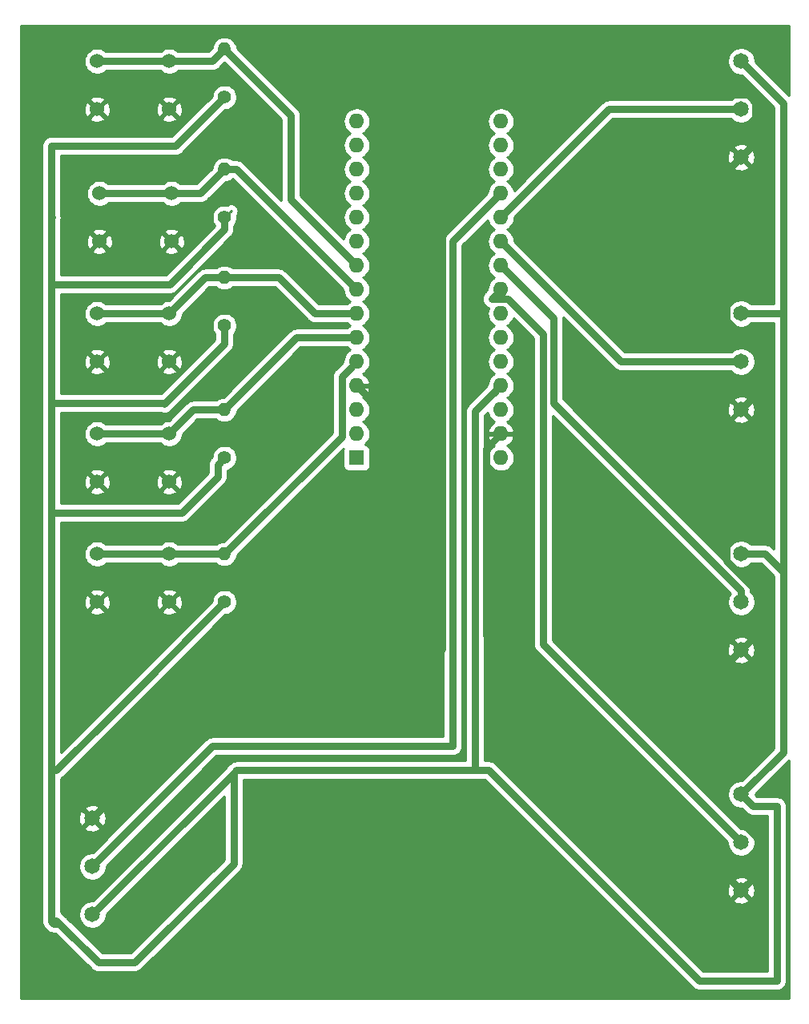
<source format=gbr>
G04 #@! TF.GenerationSoftware,KiCad,Pcbnew,5.1.4-e60b266~84~ubuntu18.04.1*
G04 #@! TF.CreationDate,2019-10-21T15:00:49-03:00*
G04 #@! TF.ProjectId,projetoDeee891,70726f6a-6574-46f4-9465-65653839312e,rev?*
G04 #@! TF.SameCoordinates,Original*
G04 #@! TF.FileFunction,Copper,L2,Bot*
G04 #@! TF.FilePolarity,Positive*
%FSLAX46Y46*%
G04 Gerber Fmt 4.6, Leading zero omitted, Abs format (unit mm)*
G04 Created by KiCad (PCBNEW 5.1.4-e60b266~84~ubuntu18.04.1) date 2019-10-21 15:00:49*
%MOMM*%
%LPD*%
G04 APERTURE LIST*
%ADD10C,1.651000*%
%ADD11C,1.524000*%
%ADD12C,1.400000*%
%ADD13O,1.400000X1.400000*%
%ADD14R,1.600000X1.600000*%
%ADD15O,1.600000X1.600000*%
%ADD16C,0.762000*%
%ADD17C,0.250000*%
%ADD18C,0.254000*%
G04 APERTURE END LIST*
D10*
X99060000Y-119380000D03*
X99060000Y-124460000D03*
X99060000Y-129540000D03*
D11*
X99814001Y-53340000D03*
X99814001Y-58420000D03*
X107434001Y-58420000D03*
X107434001Y-53340000D03*
X107188000Y-66040000D03*
X107188000Y-71120000D03*
X99568000Y-71120000D03*
X99568000Y-66040000D03*
D12*
X113030000Y-55880000D03*
D13*
X113030000Y-50800000D03*
D11*
X99568000Y-78740000D03*
X99568000Y-83820000D03*
X107188000Y-83820000D03*
X107188000Y-78740000D03*
D10*
X167640000Y-76200000D03*
X167640000Y-71120000D03*
X167640000Y-66040000D03*
X167640000Y-91440000D03*
X167640000Y-96520000D03*
X167640000Y-101600000D03*
D11*
X107188000Y-39370000D03*
X107188000Y-44450000D03*
X99568000Y-44450000D03*
X99568000Y-39370000D03*
X107188000Y-91440000D03*
X107188000Y-96520000D03*
X99568000Y-96520000D03*
X99568000Y-91440000D03*
D10*
X167640000Y-39370000D03*
X167640000Y-44450000D03*
X167640000Y-49530000D03*
D13*
X113030000Y-38100000D03*
D12*
X113030000Y-43180000D03*
D10*
X167640000Y-127000000D03*
X167640000Y-121920000D03*
X167640000Y-116840000D03*
D13*
X113030000Y-76200000D03*
D12*
X113030000Y-81280000D03*
X113030000Y-96520000D03*
D13*
X113030000Y-91440000D03*
D14*
X127000000Y-81280000D03*
D15*
X142240000Y-48260000D03*
X127000000Y-78740000D03*
X142240000Y-50800000D03*
X127000000Y-76200000D03*
X142240000Y-53340000D03*
X127000000Y-73660000D03*
X142240000Y-55880000D03*
X127000000Y-71120000D03*
X142240000Y-58420000D03*
X127000000Y-68580000D03*
X142240000Y-60960000D03*
X127000000Y-66040000D03*
X142240000Y-63500000D03*
X127000000Y-63500000D03*
X142240000Y-66040000D03*
X127000000Y-60960000D03*
X142240000Y-68580000D03*
X127000000Y-58420000D03*
X142240000Y-71120000D03*
X127000000Y-55880000D03*
X142240000Y-73660000D03*
X127000000Y-53340000D03*
X142240000Y-76200000D03*
X127000000Y-50800000D03*
X142240000Y-78740000D03*
X127000000Y-48260000D03*
X142240000Y-81280000D03*
X127000000Y-45720000D03*
X142240000Y-45720000D03*
D12*
X113030000Y-67310000D03*
D13*
X113030000Y-62230000D03*
D16*
X99060000Y-124460000D02*
X111760000Y-111760000D01*
X111760000Y-111760000D02*
X137160000Y-111760000D01*
X137160000Y-58420000D02*
X142240000Y-53340000D01*
X137160000Y-111760000D02*
X137160000Y-58420000D01*
X140677999Y-100037999D02*
X166878001Y-126238001D01*
X142240000Y-78740000D02*
X140677999Y-80302001D01*
X140677999Y-80302001D02*
X140677999Y-100037999D01*
X166878001Y-126238001D02*
X167640000Y-127000000D01*
X136016990Y-82676990D02*
X136016990Y-101473010D01*
X127000000Y-73660000D02*
X136016990Y-82676990D01*
X136016990Y-101473010D02*
X128270000Y-109220000D01*
X99821999Y-118618001D02*
X99060000Y-119380000D01*
X109220000Y-109220000D02*
X99821999Y-118618001D01*
X109855000Y-109220000D02*
X109220000Y-109220000D01*
X128270000Y-109220000D02*
X109855000Y-109220000D01*
X166115999Y-66771521D02*
X170815000Y-71470522D01*
X170815000Y-73025000D02*
X167640000Y-76200000D01*
X170815000Y-71470522D02*
X170815000Y-73025000D01*
X167640000Y-49530000D02*
X166115999Y-51054001D01*
X166115999Y-51054001D02*
X166115999Y-66771521D01*
X166115999Y-92171521D02*
X169829478Y-95885000D01*
X166115999Y-84074001D02*
X166115999Y-92171521D01*
X170815000Y-73025000D02*
X170815000Y-79375000D01*
X170815000Y-79375000D02*
X166115999Y-84074001D01*
X169829478Y-95885000D02*
X169829478Y-100045522D01*
X169194478Y-100045522D02*
X167640000Y-101600000D01*
X169829478Y-100045522D02*
X169194478Y-100045522D01*
X167640000Y-101600000D02*
X165100000Y-104140000D01*
X165100000Y-117124478D02*
X170180000Y-122204478D01*
X165100000Y-104140000D02*
X165100000Y-117124478D01*
X170180000Y-122204478D02*
X170180000Y-125095000D01*
X169545000Y-125095000D02*
X167640000Y-127000000D01*
X170180000Y-125095000D02*
X169545000Y-125095000D01*
X169164001Y-48005999D02*
X168401999Y-48768001D01*
X169164001Y-43718479D02*
X169164001Y-48005999D01*
X168401999Y-48768001D02*
X167640000Y-49530000D01*
X168371521Y-42925999D02*
X169164001Y-43718479D01*
X142722239Y-42925999D02*
X168371521Y-42925999D01*
X136016990Y-49631248D02*
X142722239Y-42925999D01*
X136016990Y-101473010D02*
X136016990Y-49631248D01*
X153670000Y-44450000D02*
X167640000Y-44450000D01*
X142240000Y-55880000D02*
X153670000Y-44450000D01*
X99568000Y-91440000D02*
X107188000Y-91440000D01*
X107188000Y-91440000D02*
X113030000Y-91440000D01*
X126200001Y-71919999D02*
X127000000Y-71120000D01*
X125437999Y-72682001D02*
X126200001Y-71919999D01*
X125437999Y-79032001D02*
X125437999Y-72682001D01*
X113030000Y-91440000D02*
X125437999Y-79032001D01*
X154940000Y-71120000D02*
X142240000Y-58420000D01*
X167640000Y-71120000D02*
X154940000Y-71120000D01*
X120650000Y-68580000D02*
X127000000Y-68580000D01*
X113030000Y-76200000D02*
X120650000Y-68580000D01*
X109728000Y-76200000D02*
X107188000Y-78740000D01*
X113030000Y-76200000D02*
X109728000Y-76200000D01*
X107188000Y-78740000D02*
X99568000Y-78740000D01*
X147828010Y-66548010D02*
X143039999Y-61759999D01*
X147828010Y-75499992D02*
X147828010Y-66548010D01*
X143039999Y-61759999D02*
X142240000Y-60960000D01*
X167640000Y-95311982D02*
X147828010Y-75499992D01*
X167640000Y-96520000D02*
X167640000Y-95311982D01*
X113030000Y-62230000D02*
X118745000Y-62230000D01*
X122555000Y-66040000D02*
X127000000Y-66040000D01*
X118745000Y-62230000D02*
X122555000Y-66040000D01*
X110998000Y-62230000D02*
X107188000Y-66040000D01*
X113030000Y-62230000D02*
X110998000Y-62230000D01*
X107188000Y-66040000D02*
X99568000Y-66040000D01*
X142989761Y-64477999D02*
X146685000Y-68173238D01*
X142240000Y-63500000D02*
X141262001Y-64477999D01*
X141262001Y-64477999D02*
X142989761Y-64477999D01*
X146685000Y-100965000D02*
X167640000Y-121920000D01*
X146685000Y-68173238D02*
X146685000Y-100965000D01*
X114300000Y-50800000D02*
X127000000Y-63500000D01*
X113030000Y-50800000D02*
X114300000Y-50800000D01*
X99814001Y-53340000D02*
X107434001Y-53340000D01*
X110490000Y-53340000D02*
X113030000Y-50800000D01*
X107434001Y-53340000D02*
X110490000Y-53340000D01*
X126200001Y-60160001D02*
X127000000Y-60960000D01*
X120015000Y-53975000D02*
X126200001Y-60160001D01*
X120015000Y-45085000D02*
X120015000Y-53975000D01*
X113030000Y-38100000D02*
X120015000Y-45085000D01*
X99568000Y-39370000D02*
X107188000Y-39370000D01*
X111760000Y-39370000D02*
X113030000Y-38100000D01*
X107188000Y-39370000D02*
X111760000Y-39370000D01*
D17*
X113729999Y-55180001D02*
X113030000Y-55880000D01*
D16*
X141440001Y-74459999D02*
X142240000Y-73660000D01*
X139534989Y-76365011D02*
X139534989Y-114134989D01*
X142240000Y-73660000D02*
X139534989Y-76365011D01*
X139534989Y-114134989D02*
X139369978Y-114300000D01*
X139369978Y-114300000D02*
X114300000Y-114300000D01*
X113982500Y-114617500D02*
X113982500Y-124142500D01*
X113982500Y-114617500D02*
X114300000Y-114300000D01*
X99060000Y-129540000D02*
X113982500Y-114617500D01*
X113982500Y-124142500D02*
X103505000Y-134620000D01*
X103505000Y-134620000D02*
X99695000Y-134620000D01*
X101473010Y-108076990D02*
X113030000Y-96520000D01*
X95250000Y-114300000D02*
X101473010Y-108076990D01*
X139369978Y-114300000D02*
X140970000Y-114300000D01*
X140970000Y-114300000D02*
X163195000Y-136525000D01*
X163195000Y-136525000D02*
X171450000Y-136525000D01*
X171450000Y-136525000D02*
X171450000Y-118110000D01*
X168910000Y-118110000D02*
X167640000Y-116840000D01*
X171450000Y-118110000D02*
X168910000Y-118110000D01*
X170180000Y-91440000D02*
X167640000Y-91440000D01*
X167640000Y-116840000D02*
X172085000Y-112395000D01*
X172085000Y-93345000D02*
X170180000Y-91440000D01*
X172085000Y-112395000D02*
X172085000Y-93345000D01*
X172085000Y-93345000D02*
X172085000Y-66040000D01*
X172085000Y-66040000D02*
X167640000Y-66040000D01*
X172085000Y-43815000D02*
X167640000Y-39370000D01*
X172085000Y-66040000D02*
X172085000Y-43815000D01*
X95407478Y-114142522D02*
X95250000Y-114300000D01*
X94772478Y-55880000D02*
X94693739Y-55801261D01*
X94693739Y-130253739D02*
X94932500Y-130492500D01*
X94932500Y-130492500D02*
X95567500Y-130492500D01*
X99695000Y-134620000D02*
X95567500Y-130492500D01*
X95567500Y-130492500D02*
X95250000Y-130175000D01*
X107871261Y-48338739D02*
X94693739Y-48338739D01*
X94693739Y-55801261D02*
X94693739Y-48338739D01*
X113030000Y-43180000D02*
X107871261Y-48338739D01*
X113030000Y-55880000D02*
X113030000Y-57150000D01*
X107236261Y-62943739D02*
X94693739Y-62943739D01*
X113030000Y-57150000D02*
X107236261Y-62943739D01*
X94693739Y-68501261D02*
X94693739Y-62943739D01*
X94693739Y-62943739D02*
X94693739Y-55801261D01*
X113030000Y-67310000D02*
X113030000Y-69215000D01*
X113030000Y-69215000D02*
X106680000Y-75565000D01*
X106601261Y-75486261D02*
X94693739Y-75486261D01*
X106680000Y-75565000D02*
X106601261Y-75486261D01*
X94693739Y-68501261D02*
X94693739Y-75486261D01*
X112330001Y-81979999D02*
X112330001Y-83249999D01*
X113030000Y-81280000D02*
X112330001Y-81979999D01*
X112330001Y-83249999D02*
X108506261Y-87073739D01*
X108506261Y-87073739D02*
X94693739Y-87073739D01*
X94693739Y-75486261D02*
X94693739Y-81358739D01*
X94693739Y-81358739D02*
X94693739Y-87073739D01*
X94693739Y-87073739D02*
X94693739Y-130253739D01*
D18*
G36*
X172695001Y-42988160D02*
G01*
X169100500Y-39393660D01*
X169100500Y-39226153D01*
X169044374Y-38943988D01*
X168934279Y-38678194D01*
X168774445Y-38438985D01*
X168571015Y-38235555D01*
X168331806Y-38075721D01*
X168066012Y-37965626D01*
X167783847Y-37909500D01*
X167496153Y-37909500D01*
X167213988Y-37965626D01*
X166948194Y-38075721D01*
X166708985Y-38235555D01*
X166505555Y-38438985D01*
X166345721Y-38678194D01*
X166235626Y-38943988D01*
X166179500Y-39226153D01*
X166179500Y-39513847D01*
X166235626Y-39796012D01*
X166345721Y-40061806D01*
X166505555Y-40301015D01*
X166708985Y-40504445D01*
X166948194Y-40664279D01*
X167213988Y-40774374D01*
X167496153Y-40830500D01*
X167663660Y-40830500D01*
X171069001Y-44235842D01*
X171069000Y-65024000D01*
X168689460Y-65024000D01*
X168571015Y-64905555D01*
X168331806Y-64745721D01*
X168066012Y-64635626D01*
X167783847Y-64579500D01*
X167496153Y-64579500D01*
X167213988Y-64635626D01*
X166948194Y-64745721D01*
X166708985Y-64905555D01*
X166505555Y-65108985D01*
X166345721Y-65348194D01*
X166235626Y-65613988D01*
X166179500Y-65896153D01*
X166179500Y-66183847D01*
X166235626Y-66466012D01*
X166345721Y-66731806D01*
X166505555Y-66971015D01*
X166708985Y-67174445D01*
X166948194Y-67334279D01*
X167213988Y-67444374D01*
X167496153Y-67500500D01*
X167783847Y-67500500D01*
X168066012Y-67444374D01*
X168331806Y-67334279D01*
X168571015Y-67174445D01*
X168689460Y-67056000D01*
X171069001Y-67056000D01*
X171069000Y-90892160D01*
X170933712Y-90756872D01*
X170901896Y-90718104D01*
X170747190Y-90591140D01*
X170570687Y-90496798D01*
X170379171Y-90438702D01*
X170229902Y-90424000D01*
X170180000Y-90419085D01*
X170130098Y-90424000D01*
X168689460Y-90424000D01*
X168571015Y-90305555D01*
X168331806Y-90145721D01*
X168066012Y-90035626D01*
X167783847Y-89979500D01*
X167496153Y-89979500D01*
X167213988Y-90035626D01*
X166948194Y-90145721D01*
X166708985Y-90305555D01*
X166505555Y-90508985D01*
X166345721Y-90748194D01*
X166235626Y-91013988D01*
X166179500Y-91296153D01*
X166179500Y-91583847D01*
X166235626Y-91866012D01*
X166345721Y-92131806D01*
X166505555Y-92371015D01*
X166708985Y-92574445D01*
X166948194Y-92734279D01*
X167213988Y-92844374D01*
X167496153Y-92900500D01*
X167783847Y-92900500D01*
X168066012Y-92844374D01*
X168331806Y-92734279D01*
X168571015Y-92574445D01*
X168689460Y-92456000D01*
X169759160Y-92456000D01*
X171069001Y-93765842D01*
X171069000Y-111974159D01*
X167663660Y-115379500D01*
X167496153Y-115379500D01*
X167213988Y-115435626D01*
X166948194Y-115545721D01*
X166708985Y-115705555D01*
X166505555Y-115908985D01*
X166345721Y-116148194D01*
X166235626Y-116413988D01*
X166179500Y-116696153D01*
X166179500Y-116983847D01*
X166235626Y-117266012D01*
X166345721Y-117531806D01*
X166505555Y-117771015D01*
X166708985Y-117974445D01*
X166948194Y-118134279D01*
X167213988Y-118244374D01*
X167496153Y-118300500D01*
X167663659Y-118300500D01*
X168156292Y-118793133D01*
X168188104Y-118831896D01*
X168342810Y-118958860D01*
X168519313Y-119053202D01*
X168710829Y-119111298D01*
X168860098Y-119126000D01*
X168860105Y-119126000D01*
X168909999Y-119130914D01*
X168959893Y-119126000D01*
X170434001Y-119126000D01*
X170434000Y-135509000D01*
X163615841Y-135509000D01*
X156117750Y-128010909D01*
X166808696Y-128010909D01*
X166883367Y-128257481D01*
X167143228Y-128380931D01*
X167422180Y-128451313D01*
X167709502Y-128465921D01*
X167994154Y-128424194D01*
X168265196Y-128327737D01*
X168396633Y-128257481D01*
X168471304Y-128010909D01*
X167640000Y-127179605D01*
X166808696Y-128010909D01*
X156117750Y-128010909D01*
X155176343Y-127069502D01*
X166174079Y-127069502D01*
X166215806Y-127354154D01*
X166312263Y-127625196D01*
X166382519Y-127756633D01*
X166629091Y-127831304D01*
X167460395Y-127000000D01*
X167819605Y-127000000D01*
X168650909Y-127831304D01*
X168897481Y-127756633D01*
X169020931Y-127496772D01*
X169091313Y-127217820D01*
X169105921Y-126930498D01*
X169064194Y-126645846D01*
X168967737Y-126374804D01*
X168897481Y-126243367D01*
X168650909Y-126168696D01*
X167819605Y-127000000D01*
X167460395Y-127000000D01*
X166629091Y-126168696D01*
X166382519Y-126243367D01*
X166259069Y-126503228D01*
X166188687Y-126782180D01*
X166174079Y-127069502D01*
X155176343Y-127069502D01*
X154095932Y-125989091D01*
X166808696Y-125989091D01*
X167640000Y-126820395D01*
X168471304Y-125989091D01*
X168396633Y-125742519D01*
X168136772Y-125619069D01*
X167857820Y-125548687D01*
X167570498Y-125534079D01*
X167285846Y-125575806D01*
X167014804Y-125672263D01*
X166883367Y-125742519D01*
X166808696Y-125989091D01*
X154095932Y-125989091D01*
X141723712Y-113616872D01*
X141691896Y-113578104D01*
X141537190Y-113451140D01*
X141360687Y-113356798D01*
X141169171Y-113298702D01*
X141019902Y-113284000D01*
X140970000Y-113279085D01*
X140920098Y-113284000D01*
X140550989Y-113284000D01*
X140550989Y-81280000D01*
X140798057Y-81280000D01*
X140825764Y-81561309D01*
X140907818Y-81831808D01*
X141041068Y-82081101D01*
X141220392Y-82299608D01*
X141438899Y-82478932D01*
X141688192Y-82612182D01*
X141958691Y-82694236D01*
X142169508Y-82715000D01*
X142310492Y-82715000D01*
X142521309Y-82694236D01*
X142791808Y-82612182D01*
X143041101Y-82478932D01*
X143259608Y-82299608D01*
X143438932Y-82081101D01*
X143572182Y-81831808D01*
X143654236Y-81561309D01*
X143681943Y-81280000D01*
X143654236Y-80998691D01*
X143572182Y-80728192D01*
X143438932Y-80478899D01*
X143259608Y-80260392D01*
X143041101Y-80081068D01*
X142903318Y-80007421D01*
X143095131Y-79892385D01*
X143303519Y-79703414D01*
X143471037Y-79477420D01*
X143591246Y-79223087D01*
X143631904Y-79089039D01*
X143509915Y-78867000D01*
X142367000Y-78867000D01*
X142367000Y-78887000D01*
X142113000Y-78887000D01*
X142113000Y-78867000D01*
X140970085Y-78867000D01*
X140848096Y-79089039D01*
X140888754Y-79223087D01*
X141008963Y-79477420D01*
X141176481Y-79703414D01*
X141384869Y-79892385D01*
X141576682Y-80007421D01*
X141438899Y-80081068D01*
X141220392Y-80260392D01*
X141041068Y-80478899D01*
X140907818Y-80728192D01*
X140825764Y-80998691D01*
X140798057Y-81280000D01*
X140550989Y-81280000D01*
X140550989Y-76785851D01*
X140832692Y-76504148D01*
X140907818Y-76751808D01*
X141041068Y-77001101D01*
X141220392Y-77219608D01*
X141438899Y-77398932D01*
X141576682Y-77472579D01*
X141384869Y-77587615D01*
X141176481Y-77776586D01*
X141008963Y-78002580D01*
X140888754Y-78256913D01*
X140848096Y-78390961D01*
X140970085Y-78613000D01*
X142113000Y-78613000D01*
X142113000Y-78593000D01*
X142367000Y-78593000D01*
X142367000Y-78613000D01*
X143509915Y-78613000D01*
X143631904Y-78390961D01*
X143591246Y-78256913D01*
X143471037Y-78002580D01*
X143303519Y-77776586D01*
X143095131Y-77587615D01*
X142903318Y-77472579D01*
X143041101Y-77398932D01*
X143259608Y-77219608D01*
X143438932Y-77001101D01*
X143572182Y-76751808D01*
X143654236Y-76481309D01*
X143681943Y-76200000D01*
X143654236Y-75918691D01*
X143572182Y-75648192D01*
X143438932Y-75398899D01*
X143259608Y-75180392D01*
X143041101Y-75001068D01*
X142908142Y-74930000D01*
X143041101Y-74858932D01*
X143259608Y-74679608D01*
X143438932Y-74461101D01*
X143572182Y-74211808D01*
X143654236Y-73941309D01*
X143681943Y-73660000D01*
X143654236Y-73378691D01*
X143572182Y-73108192D01*
X143438932Y-72858899D01*
X143259608Y-72640392D01*
X143041101Y-72461068D01*
X142908142Y-72390000D01*
X143041101Y-72318932D01*
X143259608Y-72139608D01*
X143438932Y-71921101D01*
X143572182Y-71671808D01*
X143654236Y-71401309D01*
X143681943Y-71120000D01*
X143654236Y-70838691D01*
X143572182Y-70568192D01*
X143438932Y-70318899D01*
X143259608Y-70100392D01*
X143041101Y-69921068D01*
X142908142Y-69850000D01*
X143041101Y-69778932D01*
X143259608Y-69599608D01*
X143438932Y-69381101D01*
X143572182Y-69131808D01*
X143654236Y-68861309D01*
X143681943Y-68580000D01*
X143654236Y-68298691D01*
X143572182Y-68028192D01*
X143438932Y-67778899D01*
X143259608Y-67560392D01*
X143041101Y-67381068D01*
X142908142Y-67310000D01*
X143041101Y-67238932D01*
X143259608Y-67059608D01*
X143438932Y-66841101D01*
X143572182Y-66591808D01*
X143594187Y-66519266D01*
X145669000Y-68594079D01*
X145669001Y-100915088D01*
X145664085Y-100965000D01*
X145683702Y-101164170D01*
X145708479Y-101245846D01*
X145741799Y-101355687D01*
X145836141Y-101532190D01*
X145963105Y-101686896D01*
X146001868Y-101718708D01*
X166179500Y-121896341D01*
X166179500Y-122063847D01*
X166235626Y-122346012D01*
X166345721Y-122611806D01*
X166505555Y-122851015D01*
X166708985Y-123054445D01*
X166948194Y-123214279D01*
X167213988Y-123324374D01*
X167496153Y-123380500D01*
X167783847Y-123380500D01*
X168066012Y-123324374D01*
X168331806Y-123214279D01*
X168571015Y-123054445D01*
X168774445Y-122851015D01*
X168934279Y-122611806D01*
X169044374Y-122346012D01*
X169100500Y-122063847D01*
X169100500Y-121776153D01*
X169044374Y-121493988D01*
X168934279Y-121228194D01*
X168774445Y-120988985D01*
X168571015Y-120785555D01*
X168331806Y-120625721D01*
X168066012Y-120515626D01*
X167783847Y-120459500D01*
X167616341Y-120459500D01*
X149767750Y-102610909D01*
X166808696Y-102610909D01*
X166883367Y-102857481D01*
X167143228Y-102980931D01*
X167422180Y-103051313D01*
X167709502Y-103065921D01*
X167994154Y-103024194D01*
X168265196Y-102927737D01*
X168396633Y-102857481D01*
X168471304Y-102610909D01*
X167640000Y-101779605D01*
X166808696Y-102610909D01*
X149767750Y-102610909D01*
X148826343Y-101669502D01*
X166174079Y-101669502D01*
X166215806Y-101954154D01*
X166312263Y-102225196D01*
X166382519Y-102356633D01*
X166629091Y-102431304D01*
X167460395Y-101600000D01*
X167819605Y-101600000D01*
X168650909Y-102431304D01*
X168897481Y-102356633D01*
X169020931Y-102096772D01*
X169091313Y-101817820D01*
X169105921Y-101530498D01*
X169064194Y-101245846D01*
X168967737Y-100974804D01*
X168897481Y-100843367D01*
X168650909Y-100768696D01*
X167819605Y-101600000D01*
X167460395Y-101600000D01*
X166629091Y-100768696D01*
X166382519Y-100843367D01*
X166259069Y-101103228D01*
X166188687Y-101382180D01*
X166174079Y-101669502D01*
X148826343Y-101669502D01*
X147745932Y-100589091D01*
X166808696Y-100589091D01*
X167640000Y-101420395D01*
X168471304Y-100589091D01*
X168396633Y-100342519D01*
X168136772Y-100219069D01*
X167857820Y-100148687D01*
X167570498Y-100134079D01*
X167285846Y-100175806D01*
X167014804Y-100272263D01*
X166883367Y-100342519D01*
X166808696Y-100589091D01*
X147745932Y-100589091D01*
X147701000Y-100544160D01*
X147701000Y-76809822D01*
X166495384Y-95604207D01*
X166345721Y-95828194D01*
X166235626Y-96093988D01*
X166179500Y-96376153D01*
X166179500Y-96663847D01*
X166235626Y-96946012D01*
X166345721Y-97211806D01*
X166505555Y-97451015D01*
X166708985Y-97654445D01*
X166948194Y-97814279D01*
X167213988Y-97924374D01*
X167496153Y-97980500D01*
X167783847Y-97980500D01*
X168066012Y-97924374D01*
X168331806Y-97814279D01*
X168571015Y-97654445D01*
X168774445Y-97451015D01*
X168934279Y-97211806D01*
X169044374Y-96946012D01*
X169100500Y-96663847D01*
X169100500Y-96376153D01*
X169044374Y-96093988D01*
X168934279Y-95828194D01*
X168774445Y-95588985D01*
X168656000Y-95470540D01*
X168656000Y-95361884D01*
X168660915Y-95311982D01*
X168641298Y-95112811D01*
X168625126Y-95059500D01*
X168583202Y-94921295D01*
X168488860Y-94744792D01*
X168361896Y-94590086D01*
X168323133Y-94558274D01*
X150975768Y-77210909D01*
X166808696Y-77210909D01*
X166883367Y-77457481D01*
X167143228Y-77580931D01*
X167422180Y-77651313D01*
X167709502Y-77665921D01*
X167994154Y-77624194D01*
X168265196Y-77527737D01*
X168396633Y-77457481D01*
X168471304Y-77210909D01*
X167640000Y-76379605D01*
X166808696Y-77210909D01*
X150975768Y-77210909D01*
X150034361Y-76269502D01*
X166174079Y-76269502D01*
X166215806Y-76554154D01*
X166312263Y-76825196D01*
X166382519Y-76956633D01*
X166629091Y-77031304D01*
X167460395Y-76200000D01*
X167819605Y-76200000D01*
X168650909Y-77031304D01*
X168897481Y-76956633D01*
X169020931Y-76696772D01*
X169091313Y-76417820D01*
X169105921Y-76130498D01*
X169064194Y-75845846D01*
X168967737Y-75574804D01*
X168897481Y-75443367D01*
X168650909Y-75368696D01*
X167819605Y-76200000D01*
X167460395Y-76200000D01*
X166629091Y-75368696D01*
X166382519Y-75443367D01*
X166259069Y-75703228D01*
X166188687Y-75982180D01*
X166174079Y-76269502D01*
X150034361Y-76269502D01*
X148953950Y-75189091D01*
X166808696Y-75189091D01*
X167640000Y-76020395D01*
X168471304Y-75189091D01*
X168396633Y-74942519D01*
X168136772Y-74819069D01*
X167857820Y-74748687D01*
X167570498Y-74734079D01*
X167285846Y-74775806D01*
X167014804Y-74872263D01*
X166883367Y-74942519D01*
X166808696Y-75189091D01*
X148953950Y-75189091D01*
X148844010Y-75079152D01*
X148844010Y-66597911D01*
X148848925Y-66548009D01*
X148839940Y-66456780D01*
X154186292Y-71803133D01*
X154218104Y-71841896D01*
X154372810Y-71968860D01*
X154549313Y-72063202D01*
X154740829Y-72121298D01*
X154890098Y-72136000D01*
X154890105Y-72136000D01*
X154939999Y-72140914D01*
X154989893Y-72136000D01*
X166590540Y-72136000D01*
X166708985Y-72254445D01*
X166948194Y-72414279D01*
X167213988Y-72524374D01*
X167496153Y-72580500D01*
X167783847Y-72580500D01*
X168066012Y-72524374D01*
X168331806Y-72414279D01*
X168571015Y-72254445D01*
X168774445Y-72051015D01*
X168934279Y-71811806D01*
X169044374Y-71546012D01*
X169100500Y-71263847D01*
X169100500Y-70976153D01*
X169044374Y-70693988D01*
X168934279Y-70428194D01*
X168774445Y-70188985D01*
X168571015Y-69985555D01*
X168331806Y-69825721D01*
X168066012Y-69715626D01*
X167783847Y-69659500D01*
X167496153Y-69659500D01*
X167213988Y-69715626D01*
X166948194Y-69825721D01*
X166708985Y-69985555D01*
X166590540Y-70104000D01*
X155360841Y-70104000D01*
X143681485Y-58424645D01*
X143681943Y-58420000D01*
X143654236Y-58138691D01*
X143572182Y-57868192D01*
X143438932Y-57618899D01*
X143259608Y-57400392D01*
X143041101Y-57221068D01*
X142908142Y-57150000D01*
X143041101Y-57078932D01*
X143259608Y-56899608D01*
X143438932Y-56681101D01*
X143572182Y-56431808D01*
X143654236Y-56161309D01*
X143681943Y-55880000D01*
X143681485Y-55875355D01*
X149015931Y-50540909D01*
X166808696Y-50540909D01*
X166883367Y-50787481D01*
X167143228Y-50910931D01*
X167422180Y-50981313D01*
X167709502Y-50995921D01*
X167994154Y-50954194D01*
X168265196Y-50857737D01*
X168396633Y-50787481D01*
X168471304Y-50540909D01*
X167640000Y-49709605D01*
X166808696Y-50540909D01*
X149015931Y-50540909D01*
X149957338Y-49599502D01*
X166174079Y-49599502D01*
X166215806Y-49884154D01*
X166312263Y-50155196D01*
X166382519Y-50286633D01*
X166629091Y-50361304D01*
X167460395Y-49530000D01*
X167819605Y-49530000D01*
X168650909Y-50361304D01*
X168897481Y-50286633D01*
X169020931Y-50026772D01*
X169091313Y-49747820D01*
X169105921Y-49460498D01*
X169064194Y-49175846D01*
X168967737Y-48904804D01*
X168897481Y-48773367D01*
X168650909Y-48698696D01*
X167819605Y-49530000D01*
X167460395Y-49530000D01*
X166629091Y-48698696D01*
X166382519Y-48773367D01*
X166259069Y-49033228D01*
X166188687Y-49312180D01*
X166174079Y-49599502D01*
X149957338Y-49599502D01*
X151037749Y-48519091D01*
X166808696Y-48519091D01*
X167640000Y-49350395D01*
X168471304Y-48519091D01*
X168396633Y-48272519D01*
X168136772Y-48149069D01*
X167857820Y-48078687D01*
X167570498Y-48064079D01*
X167285846Y-48105806D01*
X167014804Y-48202263D01*
X166883367Y-48272519D01*
X166808696Y-48519091D01*
X151037749Y-48519091D01*
X154090841Y-45466000D01*
X166590540Y-45466000D01*
X166708985Y-45584445D01*
X166948194Y-45744279D01*
X167213988Y-45854374D01*
X167496153Y-45910500D01*
X167783847Y-45910500D01*
X168066012Y-45854374D01*
X168331806Y-45744279D01*
X168571015Y-45584445D01*
X168774445Y-45381015D01*
X168934279Y-45141806D01*
X169044374Y-44876012D01*
X169100500Y-44593847D01*
X169100500Y-44306153D01*
X169044374Y-44023988D01*
X168934279Y-43758194D01*
X168774445Y-43518985D01*
X168571015Y-43315555D01*
X168331806Y-43155721D01*
X168066012Y-43045626D01*
X167783847Y-42989500D01*
X167496153Y-42989500D01*
X167213988Y-43045626D01*
X166948194Y-43155721D01*
X166708985Y-43315555D01*
X166590540Y-43434000D01*
X153719901Y-43434000D01*
X153669999Y-43429085D01*
X153470829Y-43448702D01*
X153279313Y-43506798D01*
X153102810Y-43601140D01*
X152948104Y-43728104D01*
X152916292Y-43766867D01*
X143647308Y-53035852D01*
X143572182Y-52788192D01*
X143438932Y-52538899D01*
X143259608Y-52320392D01*
X143041101Y-52141068D01*
X142908142Y-52070000D01*
X143041101Y-51998932D01*
X143259608Y-51819608D01*
X143438932Y-51601101D01*
X143572182Y-51351808D01*
X143654236Y-51081309D01*
X143681943Y-50800000D01*
X143654236Y-50518691D01*
X143572182Y-50248192D01*
X143438932Y-49998899D01*
X143259608Y-49780392D01*
X143041101Y-49601068D01*
X142908142Y-49530000D01*
X143041101Y-49458932D01*
X143259608Y-49279608D01*
X143438932Y-49061101D01*
X143572182Y-48811808D01*
X143654236Y-48541309D01*
X143681943Y-48260000D01*
X143654236Y-47978691D01*
X143572182Y-47708192D01*
X143438932Y-47458899D01*
X143259608Y-47240392D01*
X143041101Y-47061068D01*
X142908142Y-46990000D01*
X143041101Y-46918932D01*
X143259608Y-46739608D01*
X143438932Y-46521101D01*
X143572182Y-46271808D01*
X143654236Y-46001309D01*
X143681943Y-45720000D01*
X143654236Y-45438691D01*
X143572182Y-45168192D01*
X143438932Y-44918899D01*
X143259608Y-44700392D01*
X143041101Y-44521068D01*
X142791808Y-44387818D01*
X142521309Y-44305764D01*
X142310492Y-44285000D01*
X142169508Y-44285000D01*
X141958691Y-44305764D01*
X141688192Y-44387818D01*
X141438899Y-44521068D01*
X141220392Y-44700392D01*
X141041068Y-44918899D01*
X140907818Y-45168192D01*
X140825764Y-45438691D01*
X140798057Y-45720000D01*
X140825764Y-46001309D01*
X140907818Y-46271808D01*
X141041068Y-46521101D01*
X141220392Y-46739608D01*
X141438899Y-46918932D01*
X141571858Y-46990000D01*
X141438899Y-47061068D01*
X141220392Y-47240392D01*
X141041068Y-47458899D01*
X140907818Y-47708192D01*
X140825764Y-47978691D01*
X140798057Y-48260000D01*
X140825764Y-48541309D01*
X140907818Y-48811808D01*
X141041068Y-49061101D01*
X141220392Y-49279608D01*
X141438899Y-49458932D01*
X141571858Y-49530000D01*
X141438899Y-49601068D01*
X141220392Y-49780392D01*
X141041068Y-49998899D01*
X140907818Y-50248192D01*
X140825764Y-50518691D01*
X140798057Y-50800000D01*
X140825764Y-51081309D01*
X140907818Y-51351808D01*
X141041068Y-51601101D01*
X141220392Y-51819608D01*
X141438899Y-51998932D01*
X141571858Y-52070000D01*
X141438899Y-52141068D01*
X141220392Y-52320392D01*
X141041068Y-52538899D01*
X140907818Y-52788192D01*
X140825764Y-53058691D01*
X140798057Y-53340000D01*
X140798514Y-53344645D01*
X136476868Y-57666292D01*
X136438105Y-57698104D01*
X136311141Y-57852810D01*
X136259167Y-57950048D01*
X136216799Y-58029313D01*
X136158702Y-58220830D01*
X136139085Y-58420000D01*
X136144001Y-58469912D01*
X136144000Y-110744000D01*
X111809893Y-110744000D01*
X111759999Y-110739086D01*
X111710105Y-110744000D01*
X111710098Y-110744000D01*
X111560829Y-110758702D01*
X111369313Y-110816798D01*
X111192810Y-110911140D01*
X111038104Y-111038104D01*
X111006292Y-111076867D01*
X99083660Y-122999500D01*
X98916153Y-122999500D01*
X98633988Y-123055626D01*
X98368194Y-123165721D01*
X98128985Y-123325555D01*
X97925555Y-123528985D01*
X97765721Y-123768194D01*
X97655626Y-124033988D01*
X97599500Y-124316153D01*
X97599500Y-124603847D01*
X97655626Y-124886012D01*
X97765721Y-125151806D01*
X97925555Y-125391015D01*
X98128985Y-125594445D01*
X98368194Y-125754279D01*
X98633988Y-125864374D01*
X98916153Y-125920500D01*
X99203847Y-125920500D01*
X99486012Y-125864374D01*
X99751806Y-125754279D01*
X99991015Y-125594445D01*
X100194445Y-125391015D01*
X100354279Y-125151806D01*
X100464374Y-124886012D01*
X100520500Y-124603847D01*
X100520500Y-124436340D01*
X112180841Y-112776000D01*
X137110098Y-112776000D01*
X137160000Y-112780915D01*
X137209902Y-112776000D01*
X137359171Y-112761298D01*
X137550687Y-112703202D01*
X137727190Y-112608860D01*
X137881896Y-112481896D01*
X138008860Y-112327190D01*
X138103202Y-112150687D01*
X138161298Y-111959171D01*
X138180915Y-111760000D01*
X138176000Y-111710098D01*
X138176000Y-58840840D01*
X140832692Y-56184148D01*
X140907818Y-56431808D01*
X141041068Y-56681101D01*
X141220392Y-56899608D01*
X141438899Y-57078932D01*
X141571858Y-57150000D01*
X141438899Y-57221068D01*
X141220392Y-57400392D01*
X141041068Y-57618899D01*
X140907818Y-57868192D01*
X140825764Y-58138691D01*
X140798057Y-58420000D01*
X140825764Y-58701309D01*
X140907818Y-58971808D01*
X141041068Y-59221101D01*
X141220392Y-59439608D01*
X141438899Y-59618932D01*
X141571858Y-59690000D01*
X141438899Y-59761068D01*
X141220392Y-59940392D01*
X141041068Y-60158899D01*
X140907818Y-60408192D01*
X140825764Y-60678691D01*
X140798057Y-60960000D01*
X140825764Y-61241309D01*
X140907818Y-61511808D01*
X141041068Y-61761101D01*
X141220392Y-61979608D01*
X141438899Y-62158932D01*
X141571858Y-62230000D01*
X141438899Y-62301068D01*
X141220392Y-62480392D01*
X141041068Y-62698899D01*
X140907818Y-62948192D01*
X140825764Y-63218691D01*
X140798057Y-63500000D01*
X140798515Y-63504645D01*
X140578873Y-63724287D01*
X140540105Y-63756103D01*
X140413141Y-63910809D01*
X140318799Y-64087312D01*
X140260703Y-64278828D01*
X140241086Y-64477999D01*
X140260703Y-64677170D01*
X140318799Y-64868686D01*
X140413141Y-65045189D01*
X140540105Y-65199895D01*
X140694811Y-65326859D01*
X140871314Y-65421201D01*
X140933537Y-65440076D01*
X140907818Y-65488192D01*
X140825764Y-65758691D01*
X140798057Y-66040000D01*
X140825764Y-66321309D01*
X140907818Y-66591808D01*
X141041068Y-66841101D01*
X141220392Y-67059608D01*
X141438899Y-67238932D01*
X141571858Y-67310000D01*
X141438899Y-67381068D01*
X141220392Y-67560392D01*
X141041068Y-67778899D01*
X140907818Y-68028192D01*
X140825764Y-68298691D01*
X140798057Y-68580000D01*
X140825764Y-68861309D01*
X140907818Y-69131808D01*
X141041068Y-69381101D01*
X141220392Y-69599608D01*
X141438899Y-69778932D01*
X141571858Y-69850000D01*
X141438899Y-69921068D01*
X141220392Y-70100392D01*
X141041068Y-70318899D01*
X140907818Y-70568192D01*
X140825764Y-70838691D01*
X140798057Y-71120000D01*
X140825764Y-71401309D01*
X140907818Y-71671808D01*
X141041068Y-71921101D01*
X141220392Y-72139608D01*
X141438899Y-72318932D01*
X141571858Y-72390000D01*
X141438899Y-72461068D01*
X141220392Y-72640392D01*
X141041068Y-72858899D01*
X140907818Y-73108192D01*
X140825764Y-73378691D01*
X140798057Y-73660000D01*
X140798514Y-73664645D01*
X138851861Y-75611299D01*
X138813093Y-75643115D01*
X138686129Y-75797821D01*
X138591787Y-75974325D01*
X138563619Y-76067182D01*
X138533691Y-76165841D01*
X138514074Y-76365011D01*
X138518989Y-76414913D01*
X138518990Y-113284000D01*
X114349902Y-113284000D01*
X114300000Y-113279085D01*
X114250098Y-113284000D01*
X114100829Y-113298702D01*
X113909313Y-113356798D01*
X113732810Y-113451140D01*
X113578104Y-113578104D01*
X113546287Y-113616873D01*
X113299373Y-113863787D01*
X113260604Y-113895604D01*
X113228793Y-113934366D01*
X99083660Y-128079500D01*
X98916153Y-128079500D01*
X98633988Y-128135626D01*
X98368194Y-128245721D01*
X98128985Y-128405555D01*
X97925555Y-128608985D01*
X97765721Y-128848194D01*
X97655626Y-129113988D01*
X97599500Y-129396153D01*
X97599500Y-129683847D01*
X97655626Y-129966012D01*
X97765721Y-130231806D01*
X97925555Y-130471015D01*
X98128985Y-130674445D01*
X98368194Y-130834279D01*
X98633988Y-130944374D01*
X98916153Y-131000500D01*
X99203847Y-131000500D01*
X99486012Y-130944374D01*
X99751806Y-130834279D01*
X99991015Y-130674445D01*
X100194445Y-130471015D01*
X100354279Y-130231806D01*
X100464374Y-129966012D01*
X100520500Y-129683847D01*
X100520500Y-129516340D01*
X112966500Y-117070341D01*
X112966501Y-123721658D01*
X103084160Y-133604000D01*
X100115841Y-133604000D01*
X96321212Y-129809372D01*
X96289396Y-129770604D01*
X96250627Y-129738787D01*
X95933134Y-129421294D01*
X95817189Y-129326141D01*
X95709739Y-129268708D01*
X95709739Y-120390909D01*
X98228696Y-120390909D01*
X98303367Y-120637481D01*
X98563228Y-120760931D01*
X98842180Y-120831313D01*
X99129502Y-120845921D01*
X99414154Y-120804194D01*
X99685196Y-120707737D01*
X99816633Y-120637481D01*
X99891304Y-120390909D01*
X99060000Y-119559605D01*
X98228696Y-120390909D01*
X95709739Y-120390909D01*
X95709739Y-119449502D01*
X97594079Y-119449502D01*
X97635806Y-119734154D01*
X97732263Y-120005196D01*
X97802519Y-120136633D01*
X98049091Y-120211304D01*
X98880395Y-119380000D01*
X99239605Y-119380000D01*
X100070909Y-120211304D01*
X100317481Y-120136633D01*
X100440931Y-119876772D01*
X100511313Y-119597820D01*
X100525921Y-119310498D01*
X100484194Y-119025846D01*
X100387737Y-118754804D01*
X100317481Y-118623367D01*
X100070909Y-118548696D01*
X99239605Y-119380000D01*
X98880395Y-119380000D01*
X98049091Y-118548696D01*
X97802519Y-118623367D01*
X97679069Y-118883228D01*
X97608687Y-119162180D01*
X97594079Y-119449502D01*
X95709739Y-119449502D01*
X95709739Y-118369091D01*
X98228696Y-118369091D01*
X99060000Y-119200395D01*
X99891304Y-118369091D01*
X99816633Y-118122519D01*
X99556772Y-117999069D01*
X99277820Y-117928687D01*
X98990498Y-117914079D01*
X98705846Y-117955806D01*
X98434804Y-118052263D01*
X98303367Y-118122519D01*
X98228696Y-118369091D01*
X95709739Y-118369091D01*
X95709739Y-115206292D01*
X95817189Y-115148859D01*
X95933134Y-115053706D01*
X96161184Y-114825656D01*
X102226716Y-108760125D01*
X102226721Y-108760119D01*
X113131841Y-97855000D01*
X113161486Y-97855000D01*
X113419405Y-97803696D01*
X113662359Y-97703061D01*
X113881013Y-97556962D01*
X114066962Y-97371013D01*
X114213061Y-97152359D01*
X114313696Y-96909405D01*
X114365000Y-96651486D01*
X114365000Y-96388514D01*
X114313696Y-96130595D01*
X114213061Y-95887641D01*
X114066962Y-95668987D01*
X113881013Y-95483038D01*
X113662359Y-95336939D01*
X113419405Y-95236304D01*
X113161486Y-95185000D01*
X112898514Y-95185000D01*
X112640595Y-95236304D01*
X112397641Y-95336939D01*
X112178987Y-95483038D01*
X111993038Y-95668987D01*
X111846939Y-95887641D01*
X111746304Y-96130595D01*
X111695000Y-96388514D01*
X111695000Y-96418159D01*
X100789881Y-107323279D01*
X100789875Y-107323284D01*
X95709739Y-112403421D01*
X95709739Y-97485565D01*
X98782040Y-97485565D01*
X98849020Y-97725656D01*
X99098048Y-97842756D01*
X99365135Y-97909023D01*
X99640017Y-97921910D01*
X99912133Y-97880922D01*
X100171023Y-97787636D01*
X100286980Y-97725656D01*
X100353960Y-97485565D01*
X106402040Y-97485565D01*
X106469020Y-97725656D01*
X106718048Y-97842756D01*
X106985135Y-97909023D01*
X107260017Y-97921910D01*
X107532133Y-97880922D01*
X107791023Y-97787636D01*
X107906980Y-97725656D01*
X107973960Y-97485565D01*
X107188000Y-96699605D01*
X106402040Y-97485565D01*
X100353960Y-97485565D01*
X99568000Y-96699605D01*
X98782040Y-97485565D01*
X95709739Y-97485565D01*
X95709739Y-96592017D01*
X98166090Y-96592017D01*
X98207078Y-96864133D01*
X98300364Y-97123023D01*
X98362344Y-97238980D01*
X98602435Y-97305960D01*
X99388395Y-96520000D01*
X99747605Y-96520000D01*
X100533565Y-97305960D01*
X100773656Y-97238980D01*
X100890756Y-96989952D01*
X100957023Y-96722865D01*
X100963157Y-96592017D01*
X105786090Y-96592017D01*
X105827078Y-96864133D01*
X105920364Y-97123023D01*
X105982344Y-97238980D01*
X106222435Y-97305960D01*
X107008395Y-96520000D01*
X107367605Y-96520000D01*
X108153565Y-97305960D01*
X108393656Y-97238980D01*
X108510756Y-96989952D01*
X108577023Y-96722865D01*
X108589910Y-96447983D01*
X108548922Y-96175867D01*
X108455636Y-95916977D01*
X108393656Y-95801020D01*
X108153565Y-95734040D01*
X107367605Y-96520000D01*
X107008395Y-96520000D01*
X106222435Y-95734040D01*
X105982344Y-95801020D01*
X105865244Y-96050048D01*
X105798977Y-96317135D01*
X105786090Y-96592017D01*
X100963157Y-96592017D01*
X100969910Y-96447983D01*
X100928922Y-96175867D01*
X100835636Y-95916977D01*
X100773656Y-95801020D01*
X100533565Y-95734040D01*
X99747605Y-96520000D01*
X99388395Y-96520000D01*
X98602435Y-95734040D01*
X98362344Y-95801020D01*
X98245244Y-96050048D01*
X98178977Y-96317135D01*
X98166090Y-96592017D01*
X95709739Y-96592017D01*
X95709739Y-95554435D01*
X98782040Y-95554435D01*
X99568000Y-96340395D01*
X100353960Y-95554435D01*
X106402040Y-95554435D01*
X107188000Y-96340395D01*
X107973960Y-95554435D01*
X107906980Y-95314344D01*
X107657952Y-95197244D01*
X107390865Y-95130977D01*
X107115983Y-95118090D01*
X106843867Y-95159078D01*
X106584977Y-95252364D01*
X106469020Y-95314344D01*
X106402040Y-95554435D01*
X100353960Y-95554435D01*
X100286980Y-95314344D01*
X100037952Y-95197244D01*
X99770865Y-95130977D01*
X99495983Y-95118090D01*
X99223867Y-95159078D01*
X98964977Y-95252364D01*
X98849020Y-95314344D01*
X98782040Y-95554435D01*
X95709739Y-95554435D01*
X95709739Y-88089739D01*
X108456359Y-88089739D01*
X108506261Y-88094654D01*
X108556163Y-88089739D01*
X108705432Y-88075037D01*
X108896948Y-88016941D01*
X109073451Y-87922599D01*
X109228157Y-87795635D01*
X109259973Y-87756867D01*
X113013134Y-84003707D01*
X113051897Y-83971895D01*
X113178861Y-83817189D01*
X113273203Y-83640686D01*
X113331299Y-83449170D01*
X113346001Y-83299901D01*
X113350916Y-83249999D01*
X113346001Y-83200097D01*
X113346001Y-82578297D01*
X113419405Y-82563696D01*
X113662359Y-82463061D01*
X113881013Y-82316962D01*
X114066962Y-82131013D01*
X114213061Y-81912359D01*
X114313696Y-81669405D01*
X114365000Y-81411486D01*
X114365000Y-81148514D01*
X114313696Y-80890595D01*
X114213061Y-80647641D01*
X114066962Y-80428987D01*
X113881013Y-80243038D01*
X113662359Y-80096939D01*
X113419405Y-79996304D01*
X113161486Y-79945000D01*
X112898514Y-79945000D01*
X112640595Y-79996304D01*
X112397641Y-80096939D01*
X112178987Y-80243038D01*
X111993038Y-80428987D01*
X111846939Y-80647641D01*
X111746304Y-80890595D01*
X111695000Y-81148514D01*
X111695000Y-81178160D01*
X111646873Y-81226287D01*
X111608105Y-81258103D01*
X111481141Y-81412809D01*
X111386799Y-81589313D01*
X111362114Y-81670688D01*
X111328703Y-81780829D01*
X111309086Y-81979999D01*
X111314001Y-82029901D01*
X111314002Y-82829157D01*
X108085421Y-86057739D01*
X95709739Y-86057739D01*
X95709739Y-84785565D01*
X98782040Y-84785565D01*
X98849020Y-85025656D01*
X99098048Y-85142756D01*
X99365135Y-85209023D01*
X99640017Y-85221910D01*
X99912133Y-85180922D01*
X100171023Y-85087636D01*
X100286980Y-85025656D01*
X100353960Y-84785565D01*
X106402040Y-84785565D01*
X106469020Y-85025656D01*
X106718048Y-85142756D01*
X106985135Y-85209023D01*
X107260017Y-85221910D01*
X107532133Y-85180922D01*
X107791023Y-85087636D01*
X107906980Y-85025656D01*
X107973960Y-84785565D01*
X107188000Y-83999605D01*
X106402040Y-84785565D01*
X100353960Y-84785565D01*
X99568000Y-83999605D01*
X98782040Y-84785565D01*
X95709739Y-84785565D01*
X95709739Y-83892017D01*
X98166090Y-83892017D01*
X98207078Y-84164133D01*
X98300364Y-84423023D01*
X98362344Y-84538980D01*
X98602435Y-84605960D01*
X99388395Y-83820000D01*
X99747605Y-83820000D01*
X100533565Y-84605960D01*
X100773656Y-84538980D01*
X100890756Y-84289952D01*
X100957023Y-84022865D01*
X100963157Y-83892017D01*
X105786090Y-83892017D01*
X105827078Y-84164133D01*
X105920364Y-84423023D01*
X105982344Y-84538980D01*
X106222435Y-84605960D01*
X107008395Y-83820000D01*
X107367605Y-83820000D01*
X108153565Y-84605960D01*
X108393656Y-84538980D01*
X108510756Y-84289952D01*
X108577023Y-84022865D01*
X108589910Y-83747983D01*
X108548922Y-83475867D01*
X108455636Y-83216977D01*
X108393656Y-83101020D01*
X108153565Y-83034040D01*
X107367605Y-83820000D01*
X107008395Y-83820000D01*
X106222435Y-83034040D01*
X105982344Y-83101020D01*
X105865244Y-83350048D01*
X105798977Y-83617135D01*
X105786090Y-83892017D01*
X100963157Y-83892017D01*
X100969910Y-83747983D01*
X100928922Y-83475867D01*
X100835636Y-83216977D01*
X100773656Y-83101020D01*
X100533565Y-83034040D01*
X99747605Y-83820000D01*
X99388395Y-83820000D01*
X98602435Y-83034040D01*
X98362344Y-83101020D01*
X98245244Y-83350048D01*
X98178977Y-83617135D01*
X98166090Y-83892017D01*
X95709739Y-83892017D01*
X95709739Y-82854435D01*
X98782040Y-82854435D01*
X99568000Y-83640395D01*
X100353960Y-82854435D01*
X106402040Y-82854435D01*
X107188000Y-83640395D01*
X107973960Y-82854435D01*
X107906980Y-82614344D01*
X107657952Y-82497244D01*
X107390865Y-82430977D01*
X107115983Y-82418090D01*
X106843867Y-82459078D01*
X106584977Y-82552364D01*
X106469020Y-82614344D01*
X106402040Y-82854435D01*
X100353960Y-82854435D01*
X100286980Y-82614344D01*
X100037952Y-82497244D01*
X99770865Y-82430977D01*
X99495983Y-82418090D01*
X99223867Y-82459078D01*
X98964977Y-82552364D01*
X98849020Y-82614344D01*
X98782040Y-82854435D01*
X95709739Y-82854435D01*
X95709739Y-76502261D01*
X106278199Y-76502261D01*
X106289314Y-76508202D01*
X106480830Y-76566298D01*
X106680000Y-76585915D01*
X106879170Y-76566298D01*
X106919203Y-76554154D01*
X107070687Y-76508202D01*
X107247189Y-76413859D01*
X107401896Y-76286896D01*
X107433710Y-76248130D01*
X113713133Y-69968708D01*
X113751896Y-69936896D01*
X113878860Y-69782190D01*
X113973202Y-69605687D01*
X114031298Y-69414171D01*
X114034555Y-69381101D01*
X114050915Y-69215001D01*
X114046000Y-69165099D01*
X114046000Y-68181975D01*
X114066962Y-68161013D01*
X114213061Y-67942359D01*
X114313696Y-67699405D01*
X114365000Y-67441486D01*
X114365000Y-67178514D01*
X114313696Y-66920595D01*
X114213061Y-66677641D01*
X114066962Y-66458987D01*
X113881013Y-66273038D01*
X113662359Y-66126939D01*
X113419405Y-66026304D01*
X113161486Y-65975000D01*
X112898514Y-65975000D01*
X112640595Y-66026304D01*
X112397641Y-66126939D01*
X112178987Y-66273038D01*
X111993038Y-66458987D01*
X111846939Y-66677641D01*
X111746304Y-66920595D01*
X111695000Y-67178514D01*
X111695000Y-67441486D01*
X111746304Y-67699405D01*
X111846939Y-67942359D01*
X111993038Y-68161013D01*
X112014000Y-68181975D01*
X112014001Y-68794158D01*
X106337899Y-74470261D01*
X95709739Y-74470261D01*
X95709739Y-72085565D01*
X98782040Y-72085565D01*
X98849020Y-72325656D01*
X99098048Y-72442756D01*
X99365135Y-72509023D01*
X99640017Y-72521910D01*
X99912133Y-72480922D01*
X100171023Y-72387636D01*
X100286980Y-72325656D01*
X100353960Y-72085565D01*
X106402040Y-72085565D01*
X106469020Y-72325656D01*
X106718048Y-72442756D01*
X106985135Y-72509023D01*
X107260017Y-72521910D01*
X107532133Y-72480922D01*
X107791023Y-72387636D01*
X107906980Y-72325656D01*
X107973960Y-72085565D01*
X107188000Y-71299605D01*
X106402040Y-72085565D01*
X100353960Y-72085565D01*
X99568000Y-71299605D01*
X98782040Y-72085565D01*
X95709739Y-72085565D01*
X95709739Y-71192017D01*
X98166090Y-71192017D01*
X98207078Y-71464133D01*
X98300364Y-71723023D01*
X98362344Y-71838980D01*
X98602435Y-71905960D01*
X99388395Y-71120000D01*
X99747605Y-71120000D01*
X100533565Y-71905960D01*
X100773656Y-71838980D01*
X100890756Y-71589952D01*
X100957023Y-71322865D01*
X100963157Y-71192017D01*
X105786090Y-71192017D01*
X105827078Y-71464133D01*
X105920364Y-71723023D01*
X105982344Y-71838980D01*
X106222435Y-71905960D01*
X107008395Y-71120000D01*
X107367605Y-71120000D01*
X108153565Y-71905960D01*
X108393656Y-71838980D01*
X108510756Y-71589952D01*
X108577023Y-71322865D01*
X108589910Y-71047983D01*
X108548922Y-70775867D01*
X108455636Y-70516977D01*
X108393656Y-70401020D01*
X108153565Y-70334040D01*
X107367605Y-71120000D01*
X107008395Y-71120000D01*
X106222435Y-70334040D01*
X105982344Y-70401020D01*
X105865244Y-70650048D01*
X105798977Y-70917135D01*
X105786090Y-71192017D01*
X100963157Y-71192017D01*
X100969910Y-71047983D01*
X100928922Y-70775867D01*
X100835636Y-70516977D01*
X100773656Y-70401020D01*
X100533565Y-70334040D01*
X99747605Y-71120000D01*
X99388395Y-71120000D01*
X98602435Y-70334040D01*
X98362344Y-70401020D01*
X98245244Y-70650048D01*
X98178977Y-70917135D01*
X98166090Y-71192017D01*
X95709739Y-71192017D01*
X95709739Y-70154435D01*
X98782040Y-70154435D01*
X99568000Y-70940395D01*
X100353960Y-70154435D01*
X106402040Y-70154435D01*
X107188000Y-70940395D01*
X107973960Y-70154435D01*
X107906980Y-69914344D01*
X107657952Y-69797244D01*
X107390865Y-69730977D01*
X107115983Y-69718090D01*
X106843867Y-69759078D01*
X106584977Y-69852364D01*
X106469020Y-69914344D01*
X106402040Y-70154435D01*
X100353960Y-70154435D01*
X100286980Y-69914344D01*
X100037952Y-69797244D01*
X99770865Y-69730977D01*
X99495983Y-69718090D01*
X99223867Y-69759078D01*
X98964977Y-69852364D01*
X98849020Y-69914344D01*
X98782040Y-70154435D01*
X95709739Y-70154435D01*
X95709739Y-63959739D01*
X107186359Y-63959739D01*
X107236261Y-63964654D01*
X107286163Y-63959739D01*
X107435432Y-63945037D01*
X107626948Y-63886941D01*
X107803451Y-63792599D01*
X107958157Y-63665635D01*
X107989973Y-63626867D01*
X113713133Y-57903708D01*
X113751896Y-57871896D01*
X113878860Y-57717190D01*
X113973202Y-57540687D01*
X114031298Y-57349171D01*
X114046000Y-57199902D01*
X114046000Y-57199895D01*
X114050914Y-57150001D01*
X114046000Y-57100107D01*
X114046000Y-56751975D01*
X114066962Y-56731013D01*
X114213061Y-56512359D01*
X114313696Y-56269405D01*
X114365000Y-56011486D01*
X114365000Y-55748514D01*
X114341901Y-55632391D01*
X114364973Y-55604278D01*
X114435545Y-55472248D01*
X114479001Y-55328988D01*
X114493675Y-55180002D01*
X114479001Y-55031016D01*
X114435545Y-54887755D01*
X114364973Y-54755725D01*
X114270000Y-54640000D01*
X114154275Y-54545027D01*
X114022245Y-54474455D01*
X113878984Y-54430999D01*
X113729998Y-54416325D01*
X113581012Y-54430999D01*
X113437752Y-54474455D01*
X113305722Y-54545027D01*
X113277609Y-54568099D01*
X113161486Y-54545000D01*
X112898514Y-54545000D01*
X112640595Y-54596304D01*
X112397641Y-54696939D01*
X112178987Y-54843038D01*
X111993038Y-55028987D01*
X111846939Y-55247641D01*
X111746304Y-55490595D01*
X111695000Y-55748514D01*
X111695000Y-56011486D01*
X111746304Y-56269405D01*
X111846939Y-56512359D01*
X111993038Y-56731013D01*
X112002592Y-56740567D01*
X106815421Y-61927739D01*
X95709739Y-61927739D01*
X95709739Y-59385565D01*
X99028041Y-59385565D01*
X99095021Y-59625656D01*
X99344049Y-59742756D01*
X99611136Y-59809023D01*
X99886018Y-59821910D01*
X100158134Y-59780922D01*
X100417024Y-59687636D01*
X100532981Y-59625656D01*
X100599961Y-59385565D01*
X106648041Y-59385565D01*
X106715021Y-59625656D01*
X106964049Y-59742756D01*
X107231136Y-59809023D01*
X107506018Y-59821910D01*
X107778134Y-59780922D01*
X108037024Y-59687636D01*
X108152981Y-59625656D01*
X108219961Y-59385565D01*
X107434001Y-58599605D01*
X106648041Y-59385565D01*
X100599961Y-59385565D01*
X99814001Y-58599605D01*
X99028041Y-59385565D01*
X95709739Y-59385565D01*
X95709739Y-58492017D01*
X98412091Y-58492017D01*
X98453079Y-58764133D01*
X98546365Y-59023023D01*
X98608345Y-59138980D01*
X98848436Y-59205960D01*
X99634396Y-58420000D01*
X99993606Y-58420000D01*
X100779566Y-59205960D01*
X101019657Y-59138980D01*
X101136757Y-58889952D01*
X101203024Y-58622865D01*
X101209158Y-58492017D01*
X106032091Y-58492017D01*
X106073079Y-58764133D01*
X106166365Y-59023023D01*
X106228345Y-59138980D01*
X106468436Y-59205960D01*
X107254396Y-58420000D01*
X107613606Y-58420000D01*
X108399566Y-59205960D01*
X108639657Y-59138980D01*
X108756757Y-58889952D01*
X108823024Y-58622865D01*
X108835911Y-58347983D01*
X108794923Y-58075867D01*
X108701637Y-57816977D01*
X108639657Y-57701020D01*
X108399566Y-57634040D01*
X107613606Y-58420000D01*
X107254396Y-58420000D01*
X106468436Y-57634040D01*
X106228345Y-57701020D01*
X106111245Y-57950048D01*
X106044978Y-58217135D01*
X106032091Y-58492017D01*
X101209158Y-58492017D01*
X101215911Y-58347983D01*
X101174923Y-58075867D01*
X101081637Y-57816977D01*
X101019657Y-57701020D01*
X100779566Y-57634040D01*
X99993606Y-58420000D01*
X99634396Y-58420000D01*
X98848436Y-57634040D01*
X98608345Y-57701020D01*
X98491245Y-57950048D01*
X98424978Y-58217135D01*
X98412091Y-58492017D01*
X95709739Y-58492017D01*
X95709739Y-57454435D01*
X99028041Y-57454435D01*
X99814001Y-58240395D01*
X100599961Y-57454435D01*
X106648041Y-57454435D01*
X107434001Y-58240395D01*
X108219961Y-57454435D01*
X108152981Y-57214344D01*
X107903953Y-57097244D01*
X107636866Y-57030977D01*
X107361984Y-57018090D01*
X107089868Y-57059078D01*
X106830978Y-57152364D01*
X106715021Y-57214344D01*
X106648041Y-57454435D01*
X100599961Y-57454435D01*
X100532981Y-57214344D01*
X100283953Y-57097244D01*
X100016866Y-57030977D01*
X99741984Y-57018090D01*
X99469868Y-57059078D01*
X99210978Y-57152364D01*
X99095021Y-57214344D01*
X99028041Y-57454435D01*
X95709739Y-57454435D01*
X95709739Y-56281802D01*
X95715680Y-56270687D01*
X95773776Y-56079170D01*
X95793393Y-55880000D01*
X95773776Y-55680830D01*
X95715680Y-55489314D01*
X95709739Y-55478199D01*
X95709739Y-49354739D01*
X107821359Y-49354739D01*
X107871261Y-49359654D01*
X107921163Y-49354739D01*
X108070432Y-49340037D01*
X108261948Y-49281941D01*
X108438451Y-49187599D01*
X108593157Y-49060635D01*
X108624973Y-49021867D01*
X113131841Y-44515000D01*
X113161486Y-44515000D01*
X113419405Y-44463696D01*
X113662359Y-44363061D01*
X113881013Y-44216962D01*
X114066962Y-44031013D01*
X114213061Y-43812359D01*
X114313696Y-43569405D01*
X114365000Y-43311486D01*
X114365000Y-43048514D01*
X114313696Y-42790595D01*
X114213061Y-42547641D01*
X114066962Y-42328987D01*
X113881013Y-42143038D01*
X113662359Y-41996939D01*
X113419405Y-41896304D01*
X113161486Y-41845000D01*
X112898514Y-41845000D01*
X112640595Y-41896304D01*
X112397641Y-41996939D01*
X112178987Y-42143038D01*
X111993038Y-42328987D01*
X111846939Y-42547641D01*
X111746304Y-42790595D01*
X111695000Y-43048514D01*
X111695000Y-43078159D01*
X107450421Y-47322739D01*
X94743641Y-47322739D01*
X94693739Y-47317824D01*
X94643837Y-47322739D01*
X94494568Y-47337441D01*
X94303052Y-47395537D01*
X94126549Y-47489879D01*
X93971843Y-47616843D01*
X93844879Y-47771549D01*
X93750537Y-47948052D01*
X93692441Y-48139568D01*
X93672824Y-48338739D01*
X93677740Y-48388651D01*
X93677739Y-55751359D01*
X93672824Y-55801261D01*
X93677739Y-55851162D01*
X93677740Y-55851172D01*
X93677739Y-62893837D01*
X93672824Y-62943739D01*
X93677740Y-62993651D01*
X93677739Y-68451359D01*
X93677739Y-68451360D01*
X93677740Y-75436349D01*
X93672824Y-75486261D01*
X93677739Y-75536163D01*
X93677740Y-81308828D01*
X93677739Y-81308838D01*
X93677740Y-87023827D01*
X93672824Y-87073739D01*
X93677739Y-87123641D01*
X93677740Y-130203827D01*
X93672824Y-130253739D01*
X93692441Y-130452909D01*
X93750538Y-130644426D01*
X93844880Y-130820929D01*
X93971844Y-130975635D01*
X94010607Y-131007447D01*
X94178787Y-131175627D01*
X94210604Y-131214396D01*
X94365310Y-131341360D01*
X94541813Y-131435702D01*
X94733329Y-131493798D01*
X94932499Y-131513415D01*
X94982401Y-131508500D01*
X95146660Y-131508500D01*
X98941292Y-135303133D01*
X98973104Y-135341896D01*
X99127810Y-135468860D01*
X99304313Y-135563202D01*
X99437732Y-135603674D01*
X99495828Y-135621298D01*
X99515177Y-135623204D01*
X99645098Y-135636000D01*
X99645105Y-135636000D01*
X99694999Y-135640914D01*
X99744893Y-135636000D01*
X103455098Y-135636000D01*
X103505000Y-135640915D01*
X103554902Y-135636000D01*
X103704171Y-135621298D01*
X103895687Y-135563202D01*
X104072190Y-135468860D01*
X104226896Y-135341896D01*
X104258712Y-135303128D01*
X114665633Y-124896208D01*
X114704396Y-124864396D01*
X114831360Y-124709690D01*
X114925702Y-124533187D01*
X114983798Y-124341671D01*
X114998500Y-124192402D01*
X115003415Y-124142500D01*
X114998500Y-124092598D01*
X114998500Y-115316000D01*
X139320076Y-115316000D01*
X139369978Y-115320915D01*
X139419880Y-115316000D01*
X140549160Y-115316000D01*
X162441292Y-137208133D01*
X162473104Y-137246896D01*
X162627810Y-137373860D01*
X162804313Y-137468202D01*
X162937732Y-137508674D01*
X162995828Y-137526298D01*
X163015177Y-137528204D01*
X163145098Y-137541000D01*
X163145105Y-137541000D01*
X163194999Y-137545914D01*
X163244893Y-137541000D01*
X171400098Y-137541000D01*
X171450000Y-137545915D01*
X171499902Y-137541000D01*
X171649171Y-137526298D01*
X171840687Y-137468202D01*
X172017190Y-137373860D01*
X172171896Y-137246896D01*
X172298860Y-137092190D01*
X172393202Y-136915687D01*
X172451298Y-136724171D01*
X172470915Y-136525000D01*
X172466000Y-136475098D01*
X172466000Y-118159902D01*
X172470915Y-118110000D01*
X172451298Y-117910829D01*
X172393202Y-117719313D01*
X172298860Y-117542810D01*
X172171896Y-117388104D01*
X172017190Y-117261140D01*
X171840687Y-117166798D01*
X171649171Y-117108702D01*
X171499902Y-117094000D01*
X171450000Y-117089085D01*
X171400098Y-117094000D01*
X169330841Y-117094000D01*
X169100500Y-116863659D01*
X169100500Y-116816340D01*
X172695000Y-113221841D01*
X172695000Y-138405000D01*
X91465000Y-138405000D01*
X91465000Y-45415565D01*
X98782040Y-45415565D01*
X98849020Y-45655656D01*
X99098048Y-45772756D01*
X99365135Y-45839023D01*
X99640017Y-45851910D01*
X99912133Y-45810922D01*
X100171023Y-45717636D01*
X100286980Y-45655656D01*
X100353960Y-45415565D01*
X106402040Y-45415565D01*
X106469020Y-45655656D01*
X106718048Y-45772756D01*
X106985135Y-45839023D01*
X107260017Y-45851910D01*
X107532133Y-45810922D01*
X107791023Y-45717636D01*
X107906980Y-45655656D01*
X107973960Y-45415565D01*
X107188000Y-44629605D01*
X106402040Y-45415565D01*
X100353960Y-45415565D01*
X99568000Y-44629605D01*
X98782040Y-45415565D01*
X91465000Y-45415565D01*
X91465000Y-44522017D01*
X98166090Y-44522017D01*
X98207078Y-44794133D01*
X98300364Y-45053023D01*
X98362344Y-45168980D01*
X98602435Y-45235960D01*
X99388395Y-44450000D01*
X99747605Y-44450000D01*
X100533565Y-45235960D01*
X100773656Y-45168980D01*
X100890756Y-44919952D01*
X100957023Y-44652865D01*
X100963157Y-44522017D01*
X105786090Y-44522017D01*
X105827078Y-44794133D01*
X105920364Y-45053023D01*
X105982344Y-45168980D01*
X106222435Y-45235960D01*
X107008395Y-44450000D01*
X107367605Y-44450000D01*
X108153565Y-45235960D01*
X108393656Y-45168980D01*
X108510756Y-44919952D01*
X108577023Y-44652865D01*
X108589910Y-44377983D01*
X108548922Y-44105867D01*
X108455636Y-43846977D01*
X108393656Y-43731020D01*
X108153565Y-43664040D01*
X107367605Y-44450000D01*
X107008395Y-44450000D01*
X106222435Y-43664040D01*
X105982344Y-43731020D01*
X105865244Y-43980048D01*
X105798977Y-44247135D01*
X105786090Y-44522017D01*
X100963157Y-44522017D01*
X100969910Y-44377983D01*
X100928922Y-44105867D01*
X100835636Y-43846977D01*
X100773656Y-43731020D01*
X100533565Y-43664040D01*
X99747605Y-44450000D01*
X99388395Y-44450000D01*
X98602435Y-43664040D01*
X98362344Y-43731020D01*
X98245244Y-43980048D01*
X98178977Y-44247135D01*
X98166090Y-44522017D01*
X91465000Y-44522017D01*
X91465000Y-43484435D01*
X98782040Y-43484435D01*
X99568000Y-44270395D01*
X100353960Y-43484435D01*
X106402040Y-43484435D01*
X107188000Y-44270395D01*
X107973960Y-43484435D01*
X107906980Y-43244344D01*
X107657952Y-43127244D01*
X107390865Y-43060977D01*
X107115983Y-43048090D01*
X106843867Y-43089078D01*
X106584977Y-43182364D01*
X106469020Y-43244344D01*
X106402040Y-43484435D01*
X100353960Y-43484435D01*
X100286980Y-43244344D01*
X100037952Y-43127244D01*
X99770865Y-43060977D01*
X99495983Y-43048090D01*
X99223867Y-43089078D01*
X98964977Y-43182364D01*
X98849020Y-43244344D01*
X98782040Y-43484435D01*
X91465000Y-43484435D01*
X91465000Y-39232408D01*
X98171000Y-39232408D01*
X98171000Y-39507592D01*
X98224686Y-39777490D01*
X98329995Y-40031727D01*
X98482880Y-40260535D01*
X98677465Y-40455120D01*
X98906273Y-40608005D01*
X99160510Y-40713314D01*
X99430408Y-40767000D01*
X99705592Y-40767000D01*
X99975490Y-40713314D01*
X100229727Y-40608005D01*
X100458535Y-40455120D01*
X100527655Y-40386000D01*
X106228345Y-40386000D01*
X106297465Y-40455120D01*
X106526273Y-40608005D01*
X106780510Y-40713314D01*
X107050408Y-40767000D01*
X107325592Y-40767000D01*
X107595490Y-40713314D01*
X107849727Y-40608005D01*
X108078535Y-40455120D01*
X108147655Y-40386000D01*
X111710098Y-40386000D01*
X111760000Y-40390915D01*
X111809902Y-40386000D01*
X111959171Y-40371298D01*
X112150687Y-40313202D01*
X112327190Y-40218860D01*
X112481896Y-40091896D01*
X112513712Y-40053128D01*
X113030000Y-39536840D01*
X118999000Y-45505841D01*
X118999001Y-53925088D01*
X118994085Y-53975000D01*
X119003071Y-54066230D01*
X115053712Y-50116872D01*
X115021896Y-50078104D01*
X114867190Y-49951140D01*
X114690687Y-49856798D01*
X114499171Y-49798702D01*
X114349902Y-49784000D01*
X114300000Y-49779085D01*
X114250098Y-49784000D01*
X113896373Y-49784000D01*
X113775275Y-49684618D01*
X113543354Y-49560653D01*
X113291706Y-49484317D01*
X113095579Y-49465000D01*
X112964421Y-49465000D01*
X112768294Y-49484317D01*
X112516646Y-49560653D01*
X112284725Y-49684618D01*
X112081445Y-49851445D01*
X111914618Y-50054725D01*
X111790653Y-50286646D01*
X111714317Y-50538294D01*
X111698962Y-50694198D01*
X110069160Y-52324000D01*
X108393656Y-52324000D01*
X108324536Y-52254880D01*
X108095728Y-52101995D01*
X107841491Y-51996686D01*
X107571593Y-51943000D01*
X107296409Y-51943000D01*
X107026511Y-51996686D01*
X106772274Y-52101995D01*
X106543466Y-52254880D01*
X106474346Y-52324000D01*
X100773656Y-52324000D01*
X100704536Y-52254880D01*
X100475728Y-52101995D01*
X100221491Y-51996686D01*
X99951593Y-51943000D01*
X99676409Y-51943000D01*
X99406511Y-51996686D01*
X99152274Y-52101995D01*
X98923466Y-52254880D01*
X98728881Y-52449465D01*
X98575996Y-52678273D01*
X98470687Y-52932510D01*
X98417001Y-53202408D01*
X98417001Y-53477592D01*
X98470687Y-53747490D01*
X98575996Y-54001727D01*
X98728881Y-54230535D01*
X98923466Y-54425120D01*
X99152274Y-54578005D01*
X99406511Y-54683314D01*
X99676409Y-54737000D01*
X99951593Y-54737000D01*
X100221491Y-54683314D01*
X100475728Y-54578005D01*
X100704536Y-54425120D01*
X100773656Y-54356000D01*
X106474346Y-54356000D01*
X106543466Y-54425120D01*
X106772274Y-54578005D01*
X107026511Y-54683314D01*
X107296409Y-54737000D01*
X107571593Y-54737000D01*
X107841491Y-54683314D01*
X108095728Y-54578005D01*
X108324536Y-54425120D01*
X108393656Y-54356000D01*
X110440098Y-54356000D01*
X110490000Y-54360915D01*
X110539902Y-54356000D01*
X110689171Y-54341298D01*
X110880687Y-54283202D01*
X111057190Y-54188860D01*
X111211896Y-54061896D01*
X111243712Y-54023128D01*
X113135802Y-52131038D01*
X113291706Y-52115683D01*
X113543354Y-52039347D01*
X113775275Y-51915382D01*
X113886919Y-51823759D01*
X125558514Y-63495355D01*
X125558057Y-63500000D01*
X125585764Y-63781309D01*
X125667818Y-64051808D01*
X125801068Y-64301101D01*
X125980392Y-64519608D01*
X126198899Y-64698932D01*
X126331858Y-64770000D01*
X126198899Y-64841068D01*
X125980392Y-65020392D01*
X125977431Y-65024000D01*
X122975841Y-65024000D01*
X119498712Y-61546872D01*
X119466896Y-61508104D01*
X119312190Y-61381140D01*
X119135687Y-61286798D01*
X118944171Y-61228702D01*
X118794902Y-61214000D01*
X118745000Y-61209085D01*
X118695098Y-61214000D01*
X113896373Y-61214000D01*
X113775275Y-61114618D01*
X113543354Y-60990653D01*
X113291706Y-60914317D01*
X113095579Y-60895000D01*
X112964421Y-60895000D01*
X112768294Y-60914317D01*
X112516646Y-60990653D01*
X112284725Y-61114618D01*
X112163627Y-61214000D01*
X111047902Y-61214000D01*
X110998000Y-61209085D01*
X110948098Y-61214000D01*
X110798829Y-61228702D01*
X110607313Y-61286798D01*
X110430810Y-61381140D01*
X110276104Y-61508104D01*
X110244292Y-61546867D01*
X107148160Y-64643000D01*
X107050408Y-64643000D01*
X106780510Y-64696686D01*
X106526273Y-64801995D01*
X106297465Y-64954880D01*
X106228345Y-65024000D01*
X100527655Y-65024000D01*
X100458535Y-64954880D01*
X100229727Y-64801995D01*
X99975490Y-64696686D01*
X99705592Y-64643000D01*
X99430408Y-64643000D01*
X99160510Y-64696686D01*
X98906273Y-64801995D01*
X98677465Y-64954880D01*
X98482880Y-65149465D01*
X98329995Y-65378273D01*
X98224686Y-65632510D01*
X98171000Y-65902408D01*
X98171000Y-66177592D01*
X98224686Y-66447490D01*
X98329995Y-66701727D01*
X98482880Y-66930535D01*
X98677465Y-67125120D01*
X98906273Y-67278005D01*
X99160510Y-67383314D01*
X99430408Y-67437000D01*
X99705592Y-67437000D01*
X99975490Y-67383314D01*
X100229727Y-67278005D01*
X100458535Y-67125120D01*
X100527655Y-67056000D01*
X106228345Y-67056000D01*
X106297465Y-67125120D01*
X106526273Y-67278005D01*
X106780510Y-67383314D01*
X107050408Y-67437000D01*
X107325592Y-67437000D01*
X107595490Y-67383314D01*
X107849727Y-67278005D01*
X108078535Y-67125120D01*
X108273120Y-66930535D01*
X108426005Y-66701727D01*
X108531314Y-66447490D01*
X108585000Y-66177592D01*
X108585000Y-66079840D01*
X111418841Y-63246000D01*
X112163627Y-63246000D01*
X112284725Y-63345382D01*
X112516646Y-63469347D01*
X112768294Y-63545683D01*
X112964421Y-63565000D01*
X113095579Y-63565000D01*
X113291706Y-63545683D01*
X113543354Y-63469347D01*
X113775275Y-63345382D01*
X113896373Y-63246000D01*
X118324160Y-63246000D01*
X121801292Y-66723133D01*
X121833104Y-66761896D01*
X121871865Y-66793706D01*
X121987810Y-66888860D01*
X122164313Y-66983202D01*
X122355829Y-67041298D01*
X122555000Y-67060915D01*
X122604902Y-67056000D01*
X125977431Y-67056000D01*
X125980392Y-67059608D01*
X126198899Y-67238932D01*
X126331858Y-67310000D01*
X126198899Y-67381068D01*
X125980392Y-67560392D01*
X125977431Y-67564000D01*
X120699893Y-67564000D01*
X120649999Y-67559086D01*
X120600105Y-67564000D01*
X120600098Y-67564000D01*
X120470177Y-67576796D01*
X120450828Y-67578702D01*
X120392732Y-67596326D01*
X120259313Y-67636798D01*
X120082810Y-67731140D01*
X119928104Y-67858104D01*
X119896292Y-67896867D01*
X112924198Y-74868962D01*
X112768294Y-74884317D01*
X112516646Y-74960653D01*
X112284725Y-75084618D01*
X112163627Y-75184000D01*
X109777893Y-75184000D01*
X109727999Y-75179086D01*
X109678105Y-75184000D01*
X109678098Y-75184000D01*
X109548177Y-75196796D01*
X109528828Y-75198702D01*
X109479371Y-75213705D01*
X109337313Y-75256798D01*
X109160810Y-75351140D01*
X109006104Y-75478104D01*
X108974293Y-75516866D01*
X107148160Y-77343000D01*
X107050408Y-77343000D01*
X106780510Y-77396686D01*
X106526273Y-77501995D01*
X106297465Y-77654880D01*
X106228345Y-77724000D01*
X100527655Y-77724000D01*
X100458535Y-77654880D01*
X100229727Y-77501995D01*
X99975490Y-77396686D01*
X99705592Y-77343000D01*
X99430408Y-77343000D01*
X99160510Y-77396686D01*
X98906273Y-77501995D01*
X98677465Y-77654880D01*
X98482880Y-77849465D01*
X98329995Y-78078273D01*
X98224686Y-78332510D01*
X98171000Y-78602408D01*
X98171000Y-78877592D01*
X98224686Y-79147490D01*
X98329995Y-79401727D01*
X98482880Y-79630535D01*
X98677465Y-79825120D01*
X98906273Y-79978005D01*
X99160510Y-80083314D01*
X99430408Y-80137000D01*
X99705592Y-80137000D01*
X99975490Y-80083314D01*
X100229727Y-79978005D01*
X100458535Y-79825120D01*
X100527655Y-79756000D01*
X106228345Y-79756000D01*
X106297465Y-79825120D01*
X106526273Y-79978005D01*
X106780510Y-80083314D01*
X107050408Y-80137000D01*
X107325592Y-80137000D01*
X107595490Y-80083314D01*
X107849727Y-79978005D01*
X108078535Y-79825120D01*
X108273120Y-79630535D01*
X108426005Y-79401727D01*
X108531314Y-79147490D01*
X108585000Y-78877592D01*
X108585000Y-78779840D01*
X110148841Y-77216000D01*
X112163627Y-77216000D01*
X112284725Y-77315382D01*
X112516646Y-77439347D01*
X112768294Y-77515683D01*
X112964421Y-77535000D01*
X113095579Y-77535000D01*
X113291706Y-77515683D01*
X113543354Y-77439347D01*
X113775275Y-77315382D01*
X113978555Y-77148555D01*
X114145382Y-76945275D01*
X114269347Y-76713354D01*
X114345683Y-76461706D01*
X114361038Y-76305802D01*
X121070841Y-69596000D01*
X125977431Y-69596000D01*
X125980392Y-69599608D01*
X126198899Y-69778932D01*
X126331858Y-69850000D01*
X126198899Y-69921068D01*
X125980392Y-70100392D01*
X125801068Y-70318899D01*
X125667818Y-70568192D01*
X125585764Y-70838691D01*
X125558057Y-71120000D01*
X125558515Y-71124645D01*
X125516871Y-71166289D01*
X125516866Y-71166293D01*
X124754866Y-71928293D01*
X124716104Y-71960105D01*
X124589140Y-72114811D01*
X124575886Y-72139608D01*
X124494798Y-72291314D01*
X124436701Y-72482831D01*
X124417084Y-72682001D01*
X124422000Y-72731913D01*
X124421999Y-78611160D01*
X112924198Y-90108962D01*
X112768294Y-90124317D01*
X112516646Y-90200653D01*
X112284725Y-90324618D01*
X112163627Y-90424000D01*
X108147655Y-90424000D01*
X108078535Y-90354880D01*
X107849727Y-90201995D01*
X107595490Y-90096686D01*
X107325592Y-90043000D01*
X107050408Y-90043000D01*
X106780510Y-90096686D01*
X106526273Y-90201995D01*
X106297465Y-90354880D01*
X106228345Y-90424000D01*
X100527655Y-90424000D01*
X100458535Y-90354880D01*
X100229727Y-90201995D01*
X99975490Y-90096686D01*
X99705592Y-90043000D01*
X99430408Y-90043000D01*
X99160510Y-90096686D01*
X98906273Y-90201995D01*
X98677465Y-90354880D01*
X98482880Y-90549465D01*
X98329995Y-90778273D01*
X98224686Y-91032510D01*
X98171000Y-91302408D01*
X98171000Y-91577592D01*
X98224686Y-91847490D01*
X98329995Y-92101727D01*
X98482880Y-92330535D01*
X98677465Y-92525120D01*
X98906273Y-92678005D01*
X99160510Y-92783314D01*
X99430408Y-92837000D01*
X99705592Y-92837000D01*
X99975490Y-92783314D01*
X100229727Y-92678005D01*
X100458535Y-92525120D01*
X100527655Y-92456000D01*
X106228345Y-92456000D01*
X106297465Y-92525120D01*
X106526273Y-92678005D01*
X106780510Y-92783314D01*
X107050408Y-92837000D01*
X107325592Y-92837000D01*
X107595490Y-92783314D01*
X107849727Y-92678005D01*
X108078535Y-92525120D01*
X108147655Y-92456000D01*
X112163627Y-92456000D01*
X112284725Y-92555382D01*
X112516646Y-92679347D01*
X112768294Y-92755683D01*
X112964421Y-92775000D01*
X113095579Y-92775000D01*
X113291706Y-92755683D01*
X113543354Y-92679347D01*
X113775275Y-92555382D01*
X113978555Y-92388555D01*
X114145382Y-92185275D01*
X114269347Y-91953354D01*
X114345683Y-91701706D01*
X114361038Y-91545802D01*
X125584144Y-80322697D01*
X125574188Y-80355518D01*
X125561928Y-80480000D01*
X125561928Y-82080000D01*
X125574188Y-82204482D01*
X125610498Y-82324180D01*
X125669463Y-82434494D01*
X125748815Y-82531185D01*
X125845506Y-82610537D01*
X125955820Y-82669502D01*
X126075518Y-82705812D01*
X126200000Y-82718072D01*
X127800000Y-82718072D01*
X127924482Y-82705812D01*
X128044180Y-82669502D01*
X128154494Y-82610537D01*
X128251185Y-82531185D01*
X128330537Y-82434494D01*
X128389502Y-82324180D01*
X128425812Y-82204482D01*
X128438072Y-82080000D01*
X128438072Y-80480000D01*
X128425812Y-80355518D01*
X128389502Y-80235820D01*
X128330537Y-80125506D01*
X128251185Y-80028815D01*
X128154494Y-79949463D01*
X128044180Y-79890498D01*
X127924482Y-79854188D01*
X127906518Y-79852419D01*
X128019608Y-79759608D01*
X128198932Y-79541101D01*
X128332182Y-79291808D01*
X128414236Y-79021309D01*
X128441943Y-78740000D01*
X128414236Y-78458691D01*
X128332182Y-78188192D01*
X128198932Y-77938899D01*
X128019608Y-77720392D01*
X127801101Y-77541068D01*
X127668142Y-77470000D01*
X127801101Y-77398932D01*
X128019608Y-77219608D01*
X128198932Y-77001101D01*
X128332182Y-76751808D01*
X128414236Y-76481309D01*
X128441943Y-76200000D01*
X128414236Y-75918691D01*
X128332182Y-75648192D01*
X128198932Y-75398899D01*
X128019608Y-75180392D01*
X127801101Y-75001068D01*
X127663318Y-74927421D01*
X127855131Y-74812385D01*
X128063519Y-74623414D01*
X128231037Y-74397420D01*
X128351246Y-74143087D01*
X128391904Y-74009039D01*
X128269915Y-73787000D01*
X127127000Y-73787000D01*
X127127000Y-73807000D01*
X126873000Y-73807000D01*
X126873000Y-73787000D01*
X126853000Y-73787000D01*
X126853000Y-73533000D01*
X126873000Y-73533000D01*
X126873000Y-73513000D01*
X127127000Y-73513000D01*
X127127000Y-73533000D01*
X128269915Y-73533000D01*
X128391904Y-73310961D01*
X128351246Y-73176913D01*
X128231037Y-72922580D01*
X128063519Y-72696586D01*
X127855131Y-72507615D01*
X127663318Y-72392579D01*
X127801101Y-72318932D01*
X128019608Y-72139608D01*
X128198932Y-71921101D01*
X128332182Y-71671808D01*
X128414236Y-71401309D01*
X128441943Y-71120000D01*
X128414236Y-70838691D01*
X128332182Y-70568192D01*
X128198932Y-70318899D01*
X128019608Y-70100392D01*
X127801101Y-69921068D01*
X127668142Y-69850000D01*
X127801101Y-69778932D01*
X128019608Y-69599608D01*
X128198932Y-69381101D01*
X128332182Y-69131808D01*
X128414236Y-68861309D01*
X128441943Y-68580000D01*
X128414236Y-68298691D01*
X128332182Y-68028192D01*
X128198932Y-67778899D01*
X128019608Y-67560392D01*
X127801101Y-67381068D01*
X127668142Y-67310000D01*
X127801101Y-67238932D01*
X128019608Y-67059608D01*
X128198932Y-66841101D01*
X128332182Y-66591808D01*
X128414236Y-66321309D01*
X128441943Y-66040000D01*
X128414236Y-65758691D01*
X128332182Y-65488192D01*
X128198932Y-65238899D01*
X128019608Y-65020392D01*
X127801101Y-64841068D01*
X127668142Y-64770000D01*
X127801101Y-64698932D01*
X128019608Y-64519608D01*
X128198932Y-64301101D01*
X128332182Y-64051808D01*
X128414236Y-63781309D01*
X128441943Y-63500000D01*
X128414236Y-63218691D01*
X128332182Y-62948192D01*
X128198932Y-62698899D01*
X128019608Y-62480392D01*
X127801101Y-62301068D01*
X127668142Y-62230000D01*
X127801101Y-62158932D01*
X128019608Y-61979608D01*
X128198932Y-61761101D01*
X128332182Y-61511808D01*
X128414236Y-61241309D01*
X128441943Y-60960000D01*
X128414236Y-60678691D01*
X128332182Y-60408192D01*
X128198932Y-60158899D01*
X128019608Y-59940392D01*
X127801101Y-59761068D01*
X127668142Y-59690000D01*
X127801101Y-59618932D01*
X128019608Y-59439608D01*
X128198932Y-59221101D01*
X128332182Y-58971808D01*
X128414236Y-58701309D01*
X128441943Y-58420000D01*
X128414236Y-58138691D01*
X128332182Y-57868192D01*
X128198932Y-57618899D01*
X128019608Y-57400392D01*
X127801101Y-57221068D01*
X127668142Y-57150000D01*
X127801101Y-57078932D01*
X128019608Y-56899608D01*
X128198932Y-56681101D01*
X128332182Y-56431808D01*
X128414236Y-56161309D01*
X128441943Y-55880000D01*
X128414236Y-55598691D01*
X128332182Y-55328192D01*
X128198932Y-55078899D01*
X128019608Y-54860392D01*
X127801101Y-54681068D01*
X127668142Y-54610000D01*
X127801101Y-54538932D01*
X128019608Y-54359608D01*
X128198932Y-54141101D01*
X128332182Y-53891808D01*
X128414236Y-53621309D01*
X128441943Y-53340000D01*
X128414236Y-53058691D01*
X128332182Y-52788192D01*
X128198932Y-52538899D01*
X128019608Y-52320392D01*
X127801101Y-52141068D01*
X127668142Y-52070000D01*
X127801101Y-51998932D01*
X128019608Y-51819608D01*
X128198932Y-51601101D01*
X128332182Y-51351808D01*
X128414236Y-51081309D01*
X128441943Y-50800000D01*
X128414236Y-50518691D01*
X128332182Y-50248192D01*
X128198932Y-49998899D01*
X128019608Y-49780392D01*
X127801101Y-49601068D01*
X127668142Y-49530000D01*
X127801101Y-49458932D01*
X128019608Y-49279608D01*
X128198932Y-49061101D01*
X128332182Y-48811808D01*
X128414236Y-48541309D01*
X128441943Y-48260000D01*
X128414236Y-47978691D01*
X128332182Y-47708192D01*
X128198932Y-47458899D01*
X128019608Y-47240392D01*
X127801101Y-47061068D01*
X127668142Y-46990000D01*
X127801101Y-46918932D01*
X128019608Y-46739608D01*
X128198932Y-46521101D01*
X128332182Y-46271808D01*
X128414236Y-46001309D01*
X128441943Y-45720000D01*
X128414236Y-45438691D01*
X128332182Y-45168192D01*
X128198932Y-44918899D01*
X128019608Y-44700392D01*
X127801101Y-44521068D01*
X127551808Y-44387818D01*
X127281309Y-44305764D01*
X127070492Y-44285000D01*
X126929508Y-44285000D01*
X126718691Y-44305764D01*
X126448192Y-44387818D01*
X126198899Y-44521068D01*
X125980392Y-44700392D01*
X125801068Y-44918899D01*
X125667818Y-45168192D01*
X125585764Y-45438691D01*
X125558057Y-45720000D01*
X125585764Y-46001309D01*
X125667818Y-46271808D01*
X125801068Y-46521101D01*
X125980392Y-46739608D01*
X126198899Y-46918932D01*
X126331858Y-46990000D01*
X126198899Y-47061068D01*
X125980392Y-47240392D01*
X125801068Y-47458899D01*
X125667818Y-47708192D01*
X125585764Y-47978691D01*
X125558057Y-48260000D01*
X125585764Y-48541309D01*
X125667818Y-48811808D01*
X125801068Y-49061101D01*
X125980392Y-49279608D01*
X126198899Y-49458932D01*
X126331858Y-49530000D01*
X126198899Y-49601068D01*
X125980392Y-49780392D01*
X125801068Y-49998899D01*
X125667818Y-50248192D01*
X125585764Y-50518691D01*
X125558057Y-50800000D01*
X125585764Y-51081309D01*
X125667818Y-51351808D01*
X125801068Y-51601101D01*
X125980392Y-51819608D01*
X126198899Y-51998932D01*
X126331858Y-52070000D01*
X126198899Y-52141068D01*
X125980392Y-52320392D01*
X125801068Y-52538899D01*
X125667818Y-52788192D01*
X125585764Y-53058691D01*
X125558057Y-53340000D01*
X125585764Y-53621309D01*
X125667818Y-53891808D01*
X125801068Y-54141101D01*
X125980392Y-54359608D01*
X126198899Y-54538932D01*
X126331858Y-54610000D01*
X126198899Y-54681068D01*
X125980392Y-54860392D01*
X125801068Y-55078899D01*
X125667818Y-55328192D01*
X125585764Y-55598691D01*
X125558057Y-55880000D01*
X125585764Y-56161309D01*
X125667818Y-56431808D01*
X125801068Y-56681101D01*
X125980392Y-56899608D01*
X126198899Y-57078932D01*
X126331858Y-57150000D01*
X126198899Y-57221068D01*
X125980392Y-57400392D01*
X125801068Y-57618899D01*
X125667818Y-57868192D01*
X125592692Y-58115851D01*
X121031000Y-53554160D01*
X121031000Y-45134902D01*
X121035915Y-45085000D01*
X121016298Y-44885829D01*
X120958202Y-44694313D01*
X120891064Y-44568706D01*
X120863860Y-44517810D01*
X120736896Y-44363104D01*
X120698133Y-44331292D01*
X114361038Y-37994198D01*
X114345683Y-37838294D01*
X114269347Y-37586646D01*
X114145382Y-37354725D01*
X113978555Y-37151445D01*
X113775275Y-36984618D01*
X113543354Y-36860653D01*
X113291706Y-36784317D01*
X113095579Y-36765000D01*
X112964421Y-36765000D01*
X112768294Y-36784317D01*
X112516646Y-36860653D01*
X112284725Y-36984618D01*
X112081445Y-37151445D01*
X111914618Y-37354725D01*
X111790653Y-37586646D01*
X111714317Y-37838294D01*
X111698962Y-37994198D01*
X111339160Y-38354000D01*
X108147655Y-38354000D01*
X108078535Y-38284880D01*
X107849727Y-38131995D01*
X107595490Y-38026686D01*
X107325592Y-37973000D01*
X107050408Y-37973000D01*
X106780510Y-38026686D01*
X106526273Y-38131995D01*
X106297465Y-38284880D01*
X106228345Y-38354000D01*
X100527655Y-38354000D01*
X100458535Y-38284880D01*
X100229727Y-38131995D01*
X99975490Y-38026686D01*
X99705592Y-37973000D01*
X99430408Y-37973000D01*
X99160510Y-38026686D01*
X98906273Y-38131995D01*
X98677465Y-38284880D01*
X98482880Y-38479465D01*
X98329995Y-38708273D01*
X98224686Y-38962510D01*
X98171000Y-39232408D01*
X91465000Y-39232408D01*
X91465000Y-35585000D01*
X172695001Y-35585000D01*
X172695001Y-42988160D01*
X172695001Y-42988160D01*
G37*
X172695001Y-42988160D02*
X169100500Y-39393660D01*
X169100500Y-39226153D01*
X169044374Y-38943988D01*
X168934279Y-38678194D01*
X168774445Y-38438985D01*
X168571015Y-38235555D01*
X168331806Y-38075721D01*
X168066012Y-37965626D01*
X167783847Y-37909500D01*
X167496153Y-37909500D01*
X167213988Y-37965626D01*
X166948194Y-38075721D01*
X166708985Y-38235555D01*
X166505555Y-38438985D01*
X166345721Y-38678194D01*
X166235626Y-38943988D01*
X166179500Y-39226153D01*
X166179500Y-39513847D01*
X166235626Y-39796012D01*
X166345721Y-40061806D01*
X166505555Y-40301015D01*
X166708985Y-40504445D01*
X166948194Y-40664279D01*
X167213988Y-40774374D01*
X167496153Y-40830500D01*
X167663660Y-40830500D01*
X171069001Y-44235842D01*
X171069000Y-65024000D01*
X168689460Y-65024000D01*
X168571015Y-64905555D01*
X168331806Y-64745721D01*
X168066012Y-64635626D01*
X167783847Y-64579500D01*
X167496153Y-64579500D01*
X167213988Y-64635626D01*
X166948194Y-64745721D01*
X166708985Y-64905555D01*
X166505555Y-65108985D01*
X166345721Y-65348194D01*
X166235626Y-65613988D01*
X166179500Y-65896153D01*
X166179500Y-66183847D01*
X166235626Y-66466012D01*
X166345721Y-66731806D01*
X166505555Y-66971015D01*
X166708985Y-67174445D01*
X166948194Y-67334279D01*
X167213988Y-67444374D01*
X167496153Y-67500500D01*
X167783847Y-67500500D01*
X168066012Y-67444374D01*
X168331806Y-67334279D01*
X168571015Y-67174445D01*
X168689460Y-67056000D01*
X171069001Y-67056000D01*
X171069000Y-90892160D01*
X170933712Y-90756872D01*
X170901896Y-90718104D01*
X170747190Y-90591140D01*
X170570687Y-90496798D01*
X170379171Y-90438702D01*
X170229902Y-90424000D01*
X170180000Y-90419085D01*
X170130098Y-90424000D01*
X168689460Y-90424000D01*
X168571015Y-90305555D01*
X168331806Y-90145721D01*
X168066012Y-90035626D01*
X167783847Y-89979500D01*
X167496153Y-89979500D01*
X167213988Y-90035626D01*
X166948194Y-90145721D01*
X166708985Y-90305555D01*
X166505555Y-90508985D01*
X166345721Y-90748194D01*
X166235626Y-91013988D01*
X166179500Y-91296153D01*
X166179500Y-91583847D01*
X166235626Y-91866012D01*
X166345721Y-92131806D01*
X166505555Y-92371015D01*
X166708985Y-92574445D01*
X166948194Y-92734279D01*
X167213988Y-92844374D01*
X167496153Y-92900500D01*
X167783847Y-92900500D01*
X168066012Y-92844374D01*
X168331806Y-92734279D01*
X168571015Y-92574445D01*
X168689460Y-92456000D01*
X169759160Y-92456000D01*
X171069001Y-93765842D01*
X171069000Y-111974159D01*
X167663660Y-115379500D01*
X167496153Y-115379500D01*
X167213988Y-115435626D01*
X166948194Y-115545721D01*
X166708985Y-115705555D01*
X166505555Y-115908985D01*
X166345721Y-116148194D01*
X166235626Y-116413988D01*
X166179500Y-116696153D01*
X166179500Y-116983847D01*
X166235626Y-117266012D01*
X166345721Y-117531806D01*
X166505555Y-117771015D01*
X166708985Y-117974445D01*
X166948194Y-118134279D01*
X167213988Y-118244374D01*
X167496153Y-118300500D01*
X167663659Y-118300500D01*
X168156292Y-118793133D01*
X168188104Y-118831896D01*
X168342810Y-118958860D01*
X168519313Y-119053202D01*
X168710829Y-119111298D01*
X168860098Y-119126000D01*
X168860105Y-119126000D01*
X168909999Y-119130914D01*
X168959893Y-119126000D01*
X170434001Y-119126000D01*
X170434000Y-135509000D01*
X163615841Y-135509000D01*
X156117750Y-128010909D01*
X166808696Y-128010909D01*
X166883367Y-128257481D01*
X167143228Y-128380931D01*
X167422180Y-128451313D01*
X167709502Y-128465921D01*
X167994154Y-128424194D01*
X168265196Y-128327737D01*
X168396633Y-128257481D01*
X168471304Y-128010909D01*
X167640000Y-127179605D01*
X166808696Y-128010909D01*
X156117750Y-128010909D01*
X155176343Y-127069502D01*
X166174079Y-127069502D01*
X166215806Y-127354154D01*
X166312263Y-127625196D01*
X166382519Y-127756633D01*
X166629091Y-127831304D01*
X167460395Y-127000000D01*
X167819605Y-127000000D01*
X168650909Y-127831304D01*
X168897481Y-127756633D01*
X169020931Y-127496772D01*
X169091313Y-127217820D01*
X169105921Y-126930498D01*
X169064194Y-126645846D01*
X168967737Y-126374804D01*
X168897481Y-126243367D01*
X168650909Y-126168696D01*
X167819605Y-127000000D01*
X167460395Y-127000000D01*
X166629091Y-126168696D01*
X166382519Y-126243367D01*
X166259069Y-126503228D01*
X166188687Y-126782180D01*
X166174079Y-127069502D01*
X155176343Y-127069502D01*
X154095932Y-125989091D01*
X166808696Y-125989091D01*
X167640000Y-126820395D01*
X168471304Y-125989091D01*
X168396633Y-125742519D01*
X168136772Y-125619069D01*
X167857820Y-125548687D01*
X167570498Y-125534079D01*
X167285846Y-125575806D01*
X167014804Y-125672263D01*
X166883367Y-125742519D01*
X166808696Y-125989091D01*
X154095932Y-125989091D01*
X141723712Y-113616872D01*
X141691896Y-113578104D01*
X141537190Y-113451140D01*
X141360687Y-113356798D01*
X141169171Y-113298702D01*
X141019902Y-113284000D01*
X140970000Y-113279085D01*
X140920098Y-113284000D01*
X140550989Y-113284000D01*
X140550989Y-81280000D01*
X140798057Y-81280000D01*
X140825764Y-81561309D01*
X140907818Y-81831808D01*
X141041068Y-82081101D01*
X141220392Y-82299608D01*
X141438899Y-82478932D01*
X141688192Y-82612182D01*
X141958691Y-82694236D01*
X142169508Y-82715000D01*
X142310492Y-82715000D01*
X142521309Y-82694236D01*
X142791808Y-82612182D01*
X143041101Y-82478932D01*
X143259608Y-82299608D01*
X143438932Y-82081101D01*
X143572182Y-81831808D01*
X143654236Y-81561309D01*
X143681943Y-81280000D01*
X143654236Y-80998691D01*
X143572182Y-80728192D01*
X143438932Y-80478899D01*
X143259608Y-80260392D01*
X143041101Y-80081068D01*
X142903318Y-80007421D01*
X143095131Y-79892385D01*
X143303519Y-79703414D01*
X143471037Y-79477420D01*
X143591246Y-79223087D01*
X143631904Y-79089039D01*
X143509915Y-78867000D01*
X142367000Y-78867000D01*
X142367000Y-78887000D01*
X142113000Y-78887000D01*
X142113000Y-78867000D01*
X140970085Y-78867000D01*
X140848096Y-79089039D01*
X140888754Y-79223087D01*
X141008963Y-79477420D01*
X141176481Y-79703414D01*
X141384869Y-79892385D01*
X141576682Y-80007421D01*
X141438899Y-80081068D01*
X141220392Y-80260392D01*
X141041068Y-80478899D01*
X140907818Y-80728192D01*
X140825764Y-80998691D01*
X140798057Y-81280000D01*
X140550989Y-81280000D01*
X140550989Y-76785851D01*
X140832692Y-76504148D01*
X140907818Y-76751808D01*
X141041068Y-77001101D01*
X141220392Y-77219608D01*
X141438899Y-77398932D01*
X141576682Y-77472579D01*
X141384869Y-77587615D01*
X141176481Y-77776586D01*
X141008963Y-78002580D01*
X140888754Y-78256913D01*
X140848096Y-78390961D01*
X140970085Y-78613000D01*
X142113000Y-78613000D01*
X142113000Y-78593000D01*
X142367000Y-78593000D01*
X142367000Y-78613000D01*
X143509915Y-78613000D01*
X143631904Y-78390961D01*
X143591246Y-78256913D01*
X143471037Y-78002580D01*
X143303519Y-77776586D01*
X143095131Y-77587615D01*
X142903318Y-77472579D01*
X143041101Y-77398932D01*
X143259608Y-77219608D01*
X143438932Y-77001101D01*
X143572182Y-76751808D01*
X143654236Y-76481309D01*
X143681943Y-76200000D01*
X143654236Y-75918691D01*
X143572182Y-75648192D01*
X143438932Y-75398899D01*
X143259608Y-75180392D01*
X143041101Y-75001068D01*
X142908142Y-74930000D01*
X143041101Y-74858932D01*
X143259608Y-74679608D01*
X143438932Y-74461101D01*
X143572182Y-74211808D01*
X143654236Y-73941309D01*
X143681943Y-73660000D01*
X143654236Y-73378691D01*
X143572182Y-73108192D01*
X143438932Y-72858899D01*
X143259608Y-72640392D01*
X143041101Y-72461068D01*
X142908142Y-72390000D01*
X143041101Y-72318932D01*
X143259608Y-72139608D01*
X143438932Y-71921101D01*
X143572182Y-71671808D01*
X143654236Y-71401309D01*
X143681943Y-71120000D01*
X143654236Y-70838691D01*
X143572182Y-70568192D01*
X143438932Y-70318899D01*
X143259608Y-70100392D01*
X143041101Y-69921068D01*
X142908142Y-69850000D01*
X143041101Y-69778932D01*
X143259608Y-69599608D01*
X143438932Y-69381101D01*
X143572182Y-69131808D01*
X143654236Y-68861309D01*
X143681943Y-68580000D01*
X143654236Y-68298691D01*
X143572182Y-68028192D01*
X143438932Y-67778899D01*
X143259608Y-67560392D01*
X143041101Y-67381068D01*
X142908142Y-67310000D01*
X143041101Y-67238932D01*
X143259608Y-67059608D01*
X143438932Y-66841101D01*
X143572182Y-66591808D01*
X143594187Y-66519266D01*
X145669000Y-68594079D01*
X145669001Y-100915088D01*
X145664085Y-100965000D01*
X145683702Y-101164170D01*
X145708479Y-101245846D01*
X145741799Y-101355687D01*
X145836141Y-101532190D01*
X145963105Y-101686896D01*
X146001868Y-101718708D01*
X166179500Y-121896341D01*
X166179500Y-122063847D01*
X166235626Y-122346012D01*
X166345721Y-122611806D01*
X166505555Y-122851015D01*
X166708985Y-123054445D01*
X166948194Y-123214279D01*
X167213988Y-123324374D01*
X167496153Y-123380500D01*
X167783847Y-123380500D01*
X168066012Y-123324374D01*
X168331806Y-123214279D01*
X168571015Y-123054445D01*
X168774445Y-122851015D01*
X168934279Y-122611806D01*
X169044374Y-122346012D01*
X169100500Y-122063847D01*
X169100500Y-121776153D01*
X169044374Y-121493988D01*
X168934279Y-121228194D01*
X168774445Y-120988985D01*
X168571015Y-120785555D01*
X168331806Y-120625721D01*
X168066012Y-120515626D01*
X167783847Y-120459500D01*
X167616341Y-120459500D01*
X149767750Y-102610909D01*
X166808696Y-102610909D01*
X166883367Y-102857481D01*
X167143228Y-102980931D01*
X167422180Y-103051313D01*
X167709502Y-103065921D01*
X167994154Y-103024194D01*
X168265196Y-102927737D01*
X168396633Y-102857481D01*
X168471304Y-102610909D01*
X167640000Y-101779605D01*
X166808696Y-102610909D01*
X149767750Y-102610909D01*
X148826343Y-101669502D01*
X166174079Y-101669502D01*
X166215806Y-101954154D01*
X166312263Y-102225196D01*
X166382519Y-102356633D01*
X166629091Y-102431304D01*
X167460395Y-101600000D01*
X167819605Y-101600000D01*
X168650909Y-102431304D01*
X168897481Y-102356633D01*
X169020931Y-102096772D01*
X169091313Y-101817820D01*
X169105921Y-101530498D01*
X169064194Y-101245846D01*
X168967737Y-100974804D01*
X168897481Y-100843367D01*
X168650909Y-100768696D01*
X167819605Y-101600000D01*
X167460395Y-101600000D01*
X166629091Y-100768696D01*
X166382519Y-100843367D01*
X166259069Y-101103228D01*
X166188687Y-101382180D01*
X166174079Y-101669502D01*
X148826343Y-101669502D01*
X147745932Y-100589091D01*
X166808696Y-100589091D01*
X167640000Y-101420395D01*
X168471304Y-100589091D01*
X168396633Y-100342519D01*
X168136772Y-100219069D01*
X167857820Y-100148687D01*
X167570498Y-100134079D01*
X167285846Y-100175806D01*
X167014804Y-100272263D01*
X166883367Y-100342519D01*
X166808696Y-100589091D01*
X147745932Y-100589091D01*
X147701000Y-100544160D01*
X147701000Y-76809822D01*
X166495384Y-95604207D01*
X166345721Y-95828194D01*
X166235626Y-96093988D01*
X166179500Y-96376153D01*
X166179500Y-96663847D01*
X166235626Y-96946012D01*
X166345721Y-97211806D01*
X166505555Y-97451015D01*
X166708985Y-97654445D01*
X166948194Y-97814279D01*
X167213988Y-97924374D01*
X167496153Y-97980500D01*
X167783847Y-97980500D01*
X168066012Y-97924374D01*
X168331806Y-97814279D01*
X168571015Y-97654445D01*
X168774445Y-97451015D01*
X168934279Y-97211806D01*
X169044374Y-96946012D01*
X169100500Y-96663847D01*
X169100500Y-96376153D01*
X169044374Y-96093988D01*
X168934279Y-95828194D01*
X168774445Y-95588985D01*
X168656000Y-95470540D01*
X168656000Y-95361884D01*
X168660915Y-95311982D01*
X168641298Y-95112811D01*
X168625126Y-95059500D01*
X168583202Y-94921295D01*
X168488860Y-94744792D01*
X168361896Y-94590086D01*
X168323133Y-94558274D01*
X150975768Y-77210909D01*
X166808696Y-77210909D01*
X166883367Y-77457481D01*
X167143228Y-77580931D01*
X167422180Y-77651313D01*
X167709502Y-77665921D01*
X167994154Y-77624194D01*
X168265196Y-77527737D01*
X168396633Y-77457481D01*
X168471304Y-77210909D01*
X167640000Y-76379605D01*
X166808696Y-77210909D01*
X150975768Y-77210909D01*
X150034361Y-76269502D01*
X166174079Y-76269502D01*
X166215806Y-76554154D01*
X166312263Y-76825196D01*
X166382519Y-76956633D01*
X166629091Y-77031304D01*
X167460395Y-76200000D01*
X167819605Y-76200000D01*
X168650909Y-77031304D01*
X168897481Y-76956633D01*
X169020931Y-76696772D01*
X169091313Y-76417820D01*
X169105921Y-76130498D01*
X169064194Y-75845846D01*
X168967737Y-75574804D01*
X168897481Y-75443367D01*
X168650909Y-75368696D01*
X167819605Y-76200000D01*
X167460395Y-76200000D01*
X166629091Y-75368696D01*
X166382519Y-75443367D01*
X166259069Y-75703228D01*
X166188687Y-75982180D01*
X166174079Y-76269502D01*
X150034361Y-76269502D01*
X148953950Y-75189091D01*
X166808696Y-75189091D01*
X167640000Y-76020395D01*
X168471304Y-75189091D01*
X168396633Y-74942519D01*
X168136772Y-74819069D01*
X167857820Y-74748687D01*
X167570498Y-74734079D01*
X167285846Y-74775806D01*
X167014804Y-74872263D01*
X166883367Y-74942519D01*
X166808696Y-75189091D01*
X148953950Y-75189091D01*
X148844010Y-75079152D01*
X148844010Y-66597911D01*
X148848925Y-66548009D01*
X148839940Y-66456780D01*
X154186292Y-71803133D01*
X154218104Y-71841896D01*
X154372810Y-71968860D01*
X154549313Y-72063202D01*
X154740829Y-72121298D01*
X154890098Y-72136000D01*
X154890105Y-72136000D01*
X154939999Y-72140914D01*
X154989893Y-72136000D01*
X166590540Y-72136000D01*
X166708985Y-72254445D01*
X166948194Y-72414279D01*
X167213988Y-72524374D01*
X167496153Y-72580500D01*
X167783847Y-72580500D01*
X168066012Y-72524374D01*
X168331806Y-72414279D01*
X168571015Y-72254445D01*
X168774445Y-72051015D01*
X168934279Y-71811806D01*
X169044374Y-71546012D01*
X169100500Y-71263847D01*
X169100500Y-70976153D01*
X169044374Y-70693988D01*
X168934279Y-70428194D01*
X168774445Y-70188985D01*
X168571015Y-69985555D01*
X168331806Y-69825721D01*
X168066012Y-69715626D01*
X167783847Y-69659500D01*
X167496153Y-69659500D01*
X167213988Y-69715626D01*
X166948194Y-69825721D01*
X166708985Y-69985555D01*
X166590540Y-70104000D01*
X155360841Y-70104000D01*
X143681485Y-58424645D01*
X143681943Y-58420000D01*
X143654236Y-58138691D01*
X143572182Y-57868192D01*
X143438932Y-57618899D01*
X143259608Y-57400392D01*
X143041101Y-57221068D01*
X142908142Y-57150000D01*
X143041101Y-57078932D01*
X143259608Y-56899608D01*
X143438932Y-56681101D01*
X143572182Y-56431808D01*
X143654236Y-56161309D01*
X143681943Y-55880000D01*
X143681485Y-55875355D01*
X149015931Y-50540909D01*
X166808696Y-50540909D01*
X166883367Y-50787481D01*
X167143228Y-50910931D01*
X167422180Y-50981313D01*
X167709502Y-50995921D01*
X167994154Y-50954194D01*
X168265196Y-50857737D01*
X168396633Y-50787481D01*
X168471304Y-50540909D01*
X167640000Y-49709605D01*
X166808696Y-50540909D01*
X149015931Y-50540909D01*
X149957338Y-49599502D01*
X166174079Y-49599502D01*
X166215806Y-49884154D01*
X166312263Y-50155196D01*
X166382519Y-50286633D01*
X166629091Y-50361304D01*
X167460395Y-49530000D01*
X167819605Y-49530000D01*
X168650909Y-50361304D01*
X168897481Y-50286633D01*
X169020931Y-50026772D01*
X169091313Y-49747820D01*
X169105921Y-49460498D01*
X169064194Y-49175846D01*
X168967737Y-48904804D01*
X168897481Y-48773367D01*
X168650909Y-48698696D01*
X167819605Y-49530000D01*
X167460395Y-49530000D01*
X166629091Y-48698696D01*
X166382519Y-48773367D01*
X166259069Y-49033228D01*
X166188687Y-49312180D01*
X166174079Y-49599502D01*
X149957338Y-49599502D01*
X151037749Y-48519091D01*
X166808696Y-48519091D01*
X167640000Y-49350395D01*
X168471304Y-48519091D01*
X168396633Y-48272519D01*
X168136772Y-48149069D01*
X167857820Y-48078687D01*
X167570498Y-48064079D01*
X167285846Y-48105806D01*
X167014804Y-48202263D01*
X166883367Y-48272519D01*
X166808696Y-48519091D01*
X151037749Y-48519091D01*
X154090841Y-45466000D01*
X166590540Y-45466000D01*
X166708985Y-45584445D01*
X166948194Y-45744279D01*
X167213988Y-45854374D01*
X167496153Y-45910500D01*
X167783847Y-45910500D01*
X168066012Y-45854374D01*
X168331806Y-45744279D01*
X168571015Y-45584445D01*
X168774445Y-45381015D01*
X168934279Y-45141806D01*
X169044374Y-44876012D01*
X169100500Y-44593847D01*
X169100500Y-44306153D01*
X169044374Y-44023988D01*
X168934279Y-43758194D01*
X168774445Y-43518985D01*
X168571015Y-43315555D01*
X168331806Y-43155721D01*
X168066012Y-43045626D01*
X167783847Y-42989500D01*
X167496153Y-42989500D01*
X167213988Y-43045626D01*
X166948194Y-43155721D01*
X166708985Y-43315555D01*
X166590540Y-43434000D01*
X153719901Y-43434000D01*
X153669999Y-43429085D01*
X153470829Y-43448702D01*
X153279313Y-43506798D01*
X153102810Y-43601140D01*
X152948104Y-43728104D01*
X152916292Y-43766867D01*
X143647308Y-53035852D01*
X143572182Y-52788192D01*
X143438932Y-52538899D01*
X143259608Y-52320392D01*
X143041101Y-52141068D01*
X142908142Y-52070000D01*
X143041101Y-51998932D01*
X143259608Y-51819608D01*
X143438932Y-51601101D01*
X143572182Y-51351808D01*
X143654236Y-51081309D01*
X143681943Y-50800000D01*
X143654236Y-50518691D01*
X143572182Y-50248192D01*
X143438932Y-49998899D01*
X143259608Y-49780392D01*
X143041101Y-49601068D01*
X142908142Y-49530000D01*
X143041101Y-49458932D01*
X143259608Y-49279608D01*
X143438932Y-49061101D01*
X143572182Y-48811808D01*
X143654236Y-48541309D01*
X143681943Y-48260000D01*
X143654236Y-47978691D01*
X143572182Y-47708192D01*
X143438932Y-47458899D01*
X143259608Y-47240392D01*
X143041101Y-47061068D01*
X142908142Y-46990000D01*
X143041101Y-46918932D01*
X143259608Y-46739608D01*
X143438932Y-46521101D01*
X143572182Y-46271808D01*
X143654236Y-46001309D01*
X143681943Y-45720000D01*
X143654236Y-45438691D01*
X143572182Y-45168192D01*
X143438932Y-44918899D01*
X143259608Y-44700392D01*
X143041101Y-44521068D01*
X142791808Y-44387818D01*
X142521309Y-44305764D01*
X142310492Y-44285000D01*
X142169508Y-44285000D01*
X141958691Y-44305764D01*
X141688192Y-44387818D01*
X141438899Y-44521068D01*
X141220392Y-44700392D01*
X141041068Y-44918899D01*
X140907818Y-45168192D01*
X140825764Y-45438691D01*
X140798057Y-45720000D01*
X140825764Y-46001309D01*
X140907818Y-46271808D01*
X141041068Y-46521101D01*
X141220392Y-46739608D01*
X141438899Y-46918932D01*
X141571858Y-46990000D01*
X141438899Y-47061068D01*
X141220392Y-47240392D01*
X141041068Y-47458899D01*
X140907818Y-47708192D01*
X140825764Y-47978691D01*
X140798057Y-48260000D01*
X140825764Y-48541309D01*
X140907818Y-48811808D01*
X141041068Y-49061101D01*
X141220392Y-49279608D01*
X141438899Y-49458932D01*
X141571858Y-49530000D01*
X141438899Y-49601068D01*
X141220392Y-49780392D01*
X141041068Y-49998899D01*
X140907818Y-50248192D01*
X140825764Y-50518691D01*
X140798057Y-50800000D01*
X140825764Y-51081309D01*
X140907818Y-51351808D01*
X141041068Y-51601101D01*
X141220392Y-51819608D01*
X141438899Y-51998932D01*
X141571858Y-52070000D01*
X141438899Y-52141068D01*
X141220392Y-52320392D01*
X141041068Y-52538899D01*
X140907818Y-52788192D01*
X140825764Y-53058691D01*
X140798057Y-53340000D01*
X140798514Y-53344645D01*
X136476868Y-57666292D01*
X136438105Y-57698104D01*
X136311141Y-57852810D01*
X136259167Y-57950048D01*
X136216799Y-58029313D01*
X136158702Y-58220830D01*
X136139085Y-58420000D01*
X136144001Y-58469912D01*
X136144000Y-110744000D01*
X111809893Y-110744000D01*
X111759999Y-110739086D01*
X111710105Y-110744000D01*
X111710098Y-110744000D01*
X111560829Y-110758702D01*
X111369313Y-110816798D01*
X111192810Y-110911140D01*
X111038104Y-111038104D01*
X111006292Y-111076867D01*
X99083660Y-122999500D01*
X98916153Y-122999500D01*
X98633988Y-123055626D01*
X98368194Y-123165721D01*
X98128985Y-123325555D01*
X97925555Y-123528985D01*
X97765721Y-123768194D01*
X97655626Y-124033988D01*
X97599500Y-124316153D01*
X97599500Y-124603847D01*
X97655626Y-124886012D01*
X97765721Y-125151806D01*
X97925555Y-125391015D01*
X98128985Y-125594445D01*
X98368194Y-125754279D01*
X98633988Y-125864374D01*
X98916153Y-125920500D01*
X99203847Y-125920500D01*
X99486012Y-125864374D01*
X99751806Y-125754279D01*
X99991015Y-125594445D01*
X100194445Y-125391015D01*
X100354279Y-125151806D01*
X100464374Y-124886012D01*
X100520500Y-124603847D01*
X100520500Y-124436340D01*
X112180841Y-112776000D01*
X137110098Y-112776000D01*
X137160000Y-112780915D01*
X137209902Y-112776000D01*
X137359171Y-112761298D01*
X137550687Y-112703202D01*
X137727190Y-112608860D01*
X137881896Y-112481896D01*
X138008860Y-112327190D01*
X138103202Y-112150687D01*
X138161298Y-111959171D01*
X138180915Y-111760000D01*
X138176000Y-111710098D01*
X138176000Y-58840840D01*
X140832692Y-56184148D01*
X140907818Y-56431808D01*
X141041068Y-56681101D01*
X141220392Y-56899608D01*
X141438899Y-57078932D01*
X141571858Y-57150000D01*
X141438899Y-57221068D01*
X141220392Y-57400392D01*
X141041068Y-57618899D01*
X140907818Y-57868192D01*
X140825764Y-58138691D01*
X140798057Y-58420000D01*
X140825764Y-58701309D01*
X140907818Y-58971808D01*
X141041068Y-59221101D01*
X141220392Y-59439608D01*
X141438899Y-59618932D01*
X141571858Y-59690000D01*
X141438899Y-59761068D01*
X141220392Y-59940392D01*
X141041068Y-60158899D01*
X140907818Y-60408192D01*
X140825764Y-60678691D01*
X140798057Y-60960000D01*
X140825764Y-61241309D01*
X140907818Y-61511808D01*
X141041068Y-61761101D01*
X141220392Y-61979608D01*
X141438899Y-62158932D01*
X141571858Y-62230000D01*
X141438899Y-62301068D01*
X141220392Y-62480392D01*
X141041068Y-62698899D01*
X140907818Y-62948192D01*
X140825764Y-63218691D01*
X140798057Y-63500000D01*
X140798515Y-63504645D01*
X140578873Y-63724287D01*
X140540105Y-63756103D01*
X140413141Y-63910809D01*
X140318799Y-64087312D01*
X140260703Y-64278828D01*
X140241086Y-64477999D01*
X140260703Y-64677170D01*
X140318799Y-64868686D01*
X140413141Y-65045189D01*
X140540105Y-65199895D01*
X140694811Y-65326859D01*
X140871314Y-65421201D01*
X140933537Y-65440076D01*
X140907818Y-65488192D01*
X140825764Y-65758691D01*
X140798057Y-66040000D01*
X140825764Y-66321309D01*
X140907818Y-66591808D01*
X141041068Y-66841101D01*
X141220392Y-67059608D01*
X141438899Y-67238932D01*
X141571858Y-67310000D01*
X141438899Y-67381068D01*
X141220392Y-67560392D01*
X141041068Y-67778899D01*
X140907818Y-68028192D01*
X140825764Y-68298691D01*
X140798057Y-68580000D01*
X140825764Y-68861309D01*
X140907818Y-69131808D01*
X141041068Y-69381101D01*
X141220392Y-69599608D01*
X141438899Y-69778932D01*
X141571858Y-69850000D01*
X141438899Y-69921068D01*
X141220392Y-70100392D01*
X141041068Y-70318899D01*
X140907818Y-70568192D01*
X140825764Y-70838691D01*
X140798057Y-71120000D01*
X140825764Y-71401309D01*
X140907818Y-71671808D01*
X141041068Y-71921101D01*
X141220392Y-72139608D01*
X141438899Y-72318932D01*
X141571858Y-72390000D01*
X141438899Y-72461068D01*
X141220392Y-72640392D01*
X141041068Y-72858899D01*
X140907818Y-73108192D01*
X140825764Y-73378691D01*
X140798057Y-73660000D01*
X140798514Y-73664645D01*
X138851861Y-75611299D01*
X138813093Y-75643115D01*
X138686129Y-75797821D01*
X138591787Y-75974325D01*
X138563619Y-76067182D01*
X138533691Y-76165841D01*
X138514074Y-76365011D01*
X138518989Y-76414913D01*
X138518990Y-113284000D01*
X114349902Y-113284000D01*
X114300000Y-113279085D01*
X114250098Y-113284000D01*
X114100829Y-113298702D01*
X113909313Y-113356798D01*
X113732810Y-113451140D01*
X113578104Y-113578104D01*
X113546287Y-113616873D01*
X113299373Y-113863787D01*
X113260604Y-113895604D01*
X113228793Y-113934366D01*
X99083660Y-128079500D01*
X98916153Y-128079500D01*
X98633988Y-128135626D01*
X98368194Y-128245721D01*
X98128985Y-128405555D01*
X97925555Y-128608985D01*
X97765721Y-128848194D01*
X97655626Y-129113988D01*
X97599500Y-129396153D01*
X97599500Y-129683847D01*
X97655626Y-129966012D01*
X97765721Y-130231806D01*
X97925555Y-130471015D01*
X98128985Y-130674445D01*
X98368194Y-130834279D01*
X98633988Y-130944374D01*
X98916153Y-131000500D01*
X99203847Y-131000500D01*
X99486012Y-130944374D01*
X99751806Y-130834279D01*
X99991015Y-130674445D01*
X100194445Y-130471015D01*
X100354279Y-130231806D01*
X100464374Y-129966012D01*
X100520500Y-129683847D01*
X100520500Y-129516340D01*
X112966500Y-117070341D01*
X112966501Y-123721658D01*
X103084160Y-133604000D01*
X100115841Y-133604000D01*
X96321212Y-129809372D01*
X96289396Y-129770604D01*
X96250627Y-129738787D01*
X95933134Y-129421294D01*
X95817189Y-129326141D01*
X95709739Y-129268708D01*
X95709739Y-120390909D01*
X98228696Y-120390909D01*
X98303367Y-120637481D01*
X98563228Y-120760931D01*
X98842180Y-120831313D01*
X99129502Y-120845921D01*
X99414154Y-120804194D01*
X99685196Y-120707737D01*
X99816633Y-120637481D01*
X99891304Y-120390909D01*
X99060000Y-119559605D01*
X98228696Y-120390909D01*
X95709739Y-120390909D01*
X95709739Y-119449502D01*
X97594079Y-119449502D01*
X97635806Y-119734154D01*
X97732263Y-120005196D01*
X97802519Y-120136633D01*
X98049091Y-120211304D01*
X98880395Y-119380000D01*
X99239605Y-119380000D01*
X100070909Y-120211304D01*
X100317481Y-120136633D01*
X100440931Y-119876772D01*
X100511313Y-119597820D01*
X100525921Y-119310498D01*
X100484194Y-119025846D01*
X100387737Y-118754804D01*
X100317481Y-118623367D01*
X100070909Y-118548696D01*
X99239605Y-119380000D01*
X98880395Y-119380000D01*
X98049091Y-118548696D01*
X97802519Y-118623367D01*
X97679069Y-118883228D01*
X97608687Y-119162180D01*
X97594079Y-119449502D01*
X95709739Y-119449502D01*
X95709739Y-118369091D01*
X98228696Y-118369091D01*
X99060000Y-119200395D01*
X99891304Y-118369091D01*
X99816633Y-118122519D01*
X99556772Y-117999069D01*
X99277820Y-117928687D01*
X98990498Y-117914079D01*
X98705846Y-117955806D01*
X98434804Y-118052263D01*
X98303367Y-118122519D01*
X98228696Y-118369091D01*
X95709739Y-118369091D01*
X95709739Y-115206292D01*
X95817189Y-115148859D01*
X95933134Y-115053706D01*
X96161184Y-114825656D01*
X102226716Y-108760125D01*
X102226721Y-108760119D01*
X113131841Y-97855000D01*
X113161486Y-97855000D01*
X113419405Y-97803696D01*
X113662359Y-97703061D01*
X113881013Y-97556962D01*
X114066962Y-97371013D01*
X114213061Y-97152359D01*
X114313696Y-96909405D01*
X114365000Y-96651486D01*
X114365000Y-96388514D01*
X114313696Y-96130595D01*
X114213061Y-95887641D01*
X114066962Y-95668987D01*
X113881013Y-95483038D01*
X113662359Y-95336939D01*
X113419405Y-95236304D01*
X113161486Y-95185000D01*
X112898514Y-95185000D01*
X112640595Y-95236304D01*
X112397641Y-95336939D01*
X112178987Y-95483038D01*
X111993038Y-95668987D01*
X111846939Y-95887641D01*
X111746304Y-96130595D01*
X111695000Y-96388514D01*
X111695000Y-96418159D01*
X100789881Y-107323279D01*
X100789875Y-107323284D01*
X95709739Y-112403421D01*
X95709739Y-97485565D01*
X98782040Y-97485565D01*
X98849020Y-97725656D01*
X99098048Y-97842756D01*
X99365135Y-97909023D01*
X99640017Y-97921910D01*
X99912133Y-97880922D01*
X100171023Y-97787636D01*
X100286980Y-97725656D01*
X100353960Y-97485565D01*
X106402040Y-97485565D01*
X106469020Y-97725656D01*
X106718048Y-97842756D01*
X106985135Y-97909023D01*
X107260017Y-97921910D01*
X107532133Y-97880922D01*
X107791023Y-97787636D01*
X107906980Y-97725656D01*
X107973960Y-97485565D01*
X107188000Y-96699605D01*
X106402040Y-97485565D01*
X100353960Y-97485565D01*
X99568000Y-96699605D01*
X98782040Y-97485565D01*
X95709739Y-97485565D01*
X95709739Y-96592017D01*
X98166090Y-96592017D01*
X98207078Y-96864133D01*
X98300364Y-97123023D01*
X98362344Y-97238980D01*
X98602435Y-97305960D01*
X99388395Y-96520000D01*
X99747605Y-96520000D01*
X100533565Y-97305960D01*
X100773656Y-97238980D01*
X100890756Y-96989952D01*
X100957023Y-96722865D01*
X100963157Y-96592017D01*
X105786090Y-96592017D01*
X105827078Y-96864133D01*
X105920364Y-97123023D01*
X105982344Y-97238980D01*
X106222435Y-97305960D01*
X107008395Y-96520000D01*
X107367605Y-96520000D01*
X108153565Y-97305960D01*
X108393656Y-97238980D01*
X108510756Y-96989952D01*
X108577023Y-96722865D01*
X108589910Y-96447983D01*
X108548922Y-96175867D01*
X108455636Y-95916977D01*
X108393656Y-95801020D01*
X108153565Y-95734040D01*
X107367605Y-96520000D01*
X107008395Y-96520000D01*
X106222435Y-95734040D01*
X105982344Y-95801020D01*
X105865244Y-96050048D01*
X105798977Y-96317135D01*
X105786090Y-96592017D01*
X100963157Y-96592017D01*
X100969910Y-96447983D01*
X100928922Y-96175867D01*
X100835636Y-95916977D01*
X100773656Y-95801020D01*
X100533565Y-95734040D01*
X99747605Y-96520000D01*
X99388395Y-96520000D01*
X98602435Y-95734040D01*
X98362344Y-95801020D01*
X98245244Y-96050048D01*
X98178977Y-96317135D01*
X98166090Y-96592017D01*
X95709739Y-96592017D01*
X95709739Y-95554435D01*
X98782040Y-95554435D01*
X99568000Y-96340395D01*
X100353960Y-95554435D01*
X106402040Y-95554435D01*
X107188000Y-96340395D01*
X107973960Y-95554435D01*
X107906980Y-95314344D01*
X107657952Y-95197244D01*
X107390865Y-95130977D01*
X107115983Y-95118090D01*
X106843867Y-95159078D01*
X106584977Y-95252364D01*
X106469020Y-95314344D01*
X106402040Y-95554435D01*
X100353960Y-95554435D01*
X100286980Y-95314344D01*
X100037952Y-95197244D01*
X99770865Y-95130977D01*
X99495983Y-95118090D01*
X99223867Y-95159078D01*
X98964977Y-95252364D01*
X98849020Y-95314344D01*
X98782040Y-95554435D01*
X95709739Y-95554435D01*
X95709739Y-88089739D01*
X108456359Y-88089739D01*
X108506261Y-88094654D01*
X108556163Y-88089739D01*
X108705432Y-88075037D01*
X108896948Y-88016941D01*
X109073451Y-87922599D01*
X109228157Y-87795635D01*
X109259973Y-87756867D01*
X113013134Y-84003707D01*
X113051897Y-83971895D01*
X113178861Y-83817189D01*
X113273203Y-83640686D01*
X113331299Y-83449170D01*
X113346001Y-83299901D01*
X113350916Y-83249999D01*
X113346001Y-83200097D01*
X113346001Y-82578297D01*
X113419405Y-82563696D01*
X113662359Y-82463061D01*
X113881013Y-82316962D01*
X114066962Y-82131013D01*
X114213061Y-81912359D01*
X114313696Y-81669405D01*
X114365000Y-81411486D01*
X114365000Y-81148514D01*
X114313696Y-80890595D01*
X114213061Y-80647641D01*
X114066962Y-80428987D01*
X113881013Y-80243038D01*
X113662359Y-80096939D01*
X113419405Y-79996304D01*
X113161486Y-79945000D01*
X112898514Y-79945000D01*
X112640595Y-79996304D01*
X112397641Y-80096939D01*
X112178987Y-80243038D01*
X111993038Y-80428987D01*
X111846939Y-80647641D01*
X111746304Y-80890595D01*
X111695000Y-81148514D01*
X111695000Y-81178160D01*
X111646873Y-81226287D01*
X111608105Y-81258103D01*
X111481141Y-81412809D01*
X111386799Y-81589313D01*
X111362114Y-81670688D01*
X111328703Y-81780829D01*
X111309086Y-81979999D01*
X111314001Y-82029901D01*
X111314002Y-82829157D01*
X108085421Y-86057739D01*
X95709739Y-86057739D01*
X95709739Y-84785565D01*
X98782040Y-84785565D01*
X98849020Y-85025656D01*
X99098048Y-85142756D01*
X99365135Y-85209023D01*
X99640017Y-85221910D01*
X99912133Y-85180922D01*
X100171023Y-85087636D01*
X100286980Y-85025656D01*
X100353960Y-84785565D01*
X106402040Y-84785565D01*
X106469020Y-85025656D01*
X106718048Y-85142756D01*
X106985135Y-85209023D01*
X107260017Y-85221910D01*
X107532133Y-85180922D01*
X107791023Y-85087636D01*
X107906980Y-85025656D01*
X107973960Y-84785565D01*
X107188000Y-83999605D01*
X106402040Y-84785565D01*
X100353960Y-84785565D01*
X99568000Y-83999605D01*
X98782040Y-84785565D01*
X95709739Y-84785565D01*
X95709739Y-83892017D01*
X98166090Y-83892017D01*
X98207078Y-84164133D01*
X98300364Y-84423023D01*
X98362344Y-84538980D01*
X98602435Y-84605960D01*
X99388395Y-83820000D01*
X99747605Y-83820000D01*
X100533565Y-84605960D01*
X100773656Y-84538980D01*
X100890756Y-84289952D01*
X100957023Y-84022865D01*
X100963157Y-83892017D01*
X105786090Y-83892017D01*
X105827078Y-84164133D01*
X105920364Y-84423023D01*
X105982344Y-84538980D01*
X106222435Y-84605960D01*
X107008395Y-83820000D01*
X107367605Y-83820000D01*
X108153565Y-84605960D01*
X108393656Y-84538980D01*
X108510756Y-84289952D01*
X108577023Y-84022865D01*
X108589910Y-83747983D01*
X108548922Y-83475867D01*
X108455636Y-83216977D01*
X108393656Y-83101020D01*
X108153565Y-83034040D01*
X107367605Y-83820000D01*
X107008395Y-83820000D01*
X106222435Y-83034040D01*
X105982344Y-83101020D01*
X105865244Y-83350048D01*
X105798977Y-83617135D01*
X105786090Y-83892017D01*
X100963157Y-83892017D01*
X100969910Y-83747983D01*
X100928922Y-83475867D01*
X100835636Y-83216977D01*
X100773656Y-83101020D01*
X100533565Y-83034040D01*
X99747605Y-83820000D01*
X99388395Y-83820000D01*
X98602435Y-83034040D01*
X98362344Y-83101020D01*
X98245244Y-83350048D01*
X98178977Y-83617135D01*
X98166090Y-83892017D01*
X95709739Y-83892017D01*
X95709739Y-82854435D01*
X98782040Y-82854435D01*
X99568000Y-83640395D01*
X100353960Y-82854435D01*
X106402040Y-82854435D01*
X107188000Y-83640395D01*
X107973960Y-82854435D01*
X107906980Y-82614344D01*
X107657952Y-82497244D01*
X107390865Y-82430977D01*
X107115983Y-82418090D01*
X106843867Y-82459078D01*
X106584977Y-82552364D01*
X106469020Y-82614344D01*
X106402040Y-82854435D01*
X100353960Y-82854435D01*
X100286980Y-82614344D01*
X100037952Y-82497244D01*
X99770865Y-82430977D01*
X99495983Y-82418090D01*
X99223867Y-82459078D01*
X98964977Y-82552364D01*
X98849020Y-82614344D01*
X98782040Y-82854435D01*
X95709739Y-82854435D01*
X95709739Y-76502261D01*
X106278199Y-76502261D01*
X106289314Y-76508202D01*
X106480830Y-76566298D01*
X106680000Y-76585915D01*
X106879170Y-76566298D01*
X106919203Y-76554154D01*
X107070687Y-76508202D01*
X107247189Y-76413859D01*
X107401896Y-76286896D01*
X107433710Y-76248130D01*
X113713133Y-69968708D01*
X113751896Y-69936896D01*
X113878860Y-69782190D01*
X113973202Y-69605687D01*
X114031298Y-69414171D01*
X114034555Y-69381101D01*
X114050915Y-69215001D01*
X114046000Y-69165099D01*
X114046000Y-68181975D01*
X114066962Y-68161013D01*
X114213061Y-67942359D01*
X114313696Y-67699405D01*
X114365000Y-67441486D01*
X114365000Y-67178514D01*
X114313696Y-66920595D01*
X114213061Y-66677641D01*
X114066962Y-66458987D01*
X113881013Y-66273038D01*
X113662359Y-66126939D01*
X113419405Y-66026304D01*
X113161486Y-65975000D01*
X112898514Y-65975000D01*
X112640595Y-66026304D01*
X112397641Y-66126939D01*
X112178987Y-66273038D01*
X111993038Y-66458987D01*
X111846939Y-66677641D01*
X111746304Y-66920595D01*
X111695000Y-67178514D01*
X111695000Y-67441486D01*
X111746304Y-67699405D01*
X111846939Y-67942359D01*
X111993038Y-68161013D01*
X112014000Y-68181975D01*
X112014001Y-68794158D01*
X106337899Y-74470261D01*
X95709739Y-74470261D01*
X95709739Y-72085565D01*
X98782040Y-72085565D01*
X98849020Y-72325656D01*
X99098048Y-72442756D01*
X99365135Y-72509023D01*
X99640017Y-72521910D01*
X99912133Y-72480922D01*
X100171023Y-72387636D01*
X100286980Y-72325656D01*
X100353960Y-72085565D01*
X106402040Y-72085565D01*
X106469020Y-72325656D01*
X106718048Y-72442756D01*
X106985135Y-72509023D01*
X107260017Y-72521910D01*
X107532133Y-72480922D01*
X107791023Y-72387636D01*
X107906980Y-72325656D01*
X107973960Y-72085565D01*
X107188000Y-71299605D01*
X106402040Y-72085565D01*
X100353960Y-72085565D01*
X99568000Y-71299605D01*
X98782040Y-72085565D01*
X95709739Y-72085565D01*
X95709739Y-71192017D01*
X98166090Y-71192017D01*
X98207078Y-71464133D01*
X98300364Y-71723023D01*
X98362344Y-71838980D01*
X98602435Y-71905960D01*
X99388395Y-71120000D01*
X99747605Y-71120000D01*
X100533565Y-71905960D01*
X100773656Y-71838980D01*
X100890756Y-71589952D01*
X100957023Y-71322865D01*
X100963157Y-71192017D01*
X105786090Y-71192017D01*
X105827078Y-71464133D01*
X105920364Y-71723023D01*
X105982344Y-71838980D01*
X106222435Y-71905960D01*
X107008395Y-71120000D01*
X107367605Y-71120000D01*
X108153565Y-71905960D01*
X108393656Y-71838980D01*
X108510756Y-71589952D01*
X108577023Y-71322865D01*
X108589910Y-71047983D01*
X108548922Y-70775867D01*
X108455636Y-70516977D01*
X108393656Y-70401020D01*
X108153565Y-70334040D01*
X107367605Y-71120000D01*
X107008395Y-71120000D01*
X106222435Y-70334040D01*
X105982344Y-70401020D01*
X105865244Y-70650048D01*
X105798977Y-70917135D01*
X105786090Y-71192017D01*
X100963157Y-71192017D01*
X100969910Y-71047983D01*
X100928922Y-70775867D01*
X100835636Y-70516977D01*
X100773656Y-70401020D01*
X100533565Y-70334040D01*
X99747605Y-71120000D01*
X99388395Y-71120000D01*
X98602435Y-70334040D01*
X98362344Y-70401020D01*
X98245244Y-70650048D01*
X98178977Y-70917135D01*
X98166090Y-71192017D01*
X95709739Y-71192017D01*
X95709739Y-70154435D01*
X98782040Y-70154435D01*
X99568000Y-70940395D01*
X100353960Y-70154435D01*
X106402040Y-70154435D01*
X107188000Y-70940395D01*
X107973960Y-70154435D01*
X107906980Y-69914344D01*
X107657952Y-69797244D01*
X107390865Y-69730977D01*
X107115983Y-69718090D01*
X106843867Y-69759078D01*
X106584977Y-69852364D01*
X106469020Y-69914344D01*
X106402040Y-70154435D01*
X100353960Y-70154435D01*
X100286980Y-69914344D01*
X100037952Y-69797244D01*
X99770865Y-69730977D01*
X99495983Y-69718090D01*
X99223867Y-69759078D01*
X98964977Y-69852364D01*
X98849020Y-69914344D01*
X98782040Y-70154435D01*
X95709739Y-70154435D01*
X95709739Y-63959739D01*
X107186359Y-63959739D01*
X107236261Y-63964654D01*
X107286163Y-63959739D01*
X107435432Y-63945037D01*
X107626948Y-63886941D01*
X107803451Y-63792599D01*
X107958157Y-63665635D01*
X107989973Y-63626867D01*
X113713133Y-57903708D01*
X113751896Y-57871896D01*
X113878860Y-57717190D01*
X113973202Y-57540687D01*
X114031298Y-57349171D01*
X114046000Y-57199902D01*
X114046000Y-57199895D01*
X114050914Y-57150001D01*
X114046000Y-57100107D01*
X114046000Y-56751975D01*
X114066962Y-56731013D01*
X114213061Y-56512359D01*
X114313696Y-56269405D01*
X114365000Y-56011486D01*
X114365000Y-55748514D01*
X114341901Y-55632391D01*
X114364973Y-55604278D01*
X114435545Y-55472248D01*
X114479001Y-55328988D01*
X114493675Y-55180002D01*
X114479001Y-55031016D01*
X114435545Y-54887755D01*
X114364973Y-54755725D01*
X114270000Y-54640000D01*
X114154275Y-54545027D01*
X114022245Y-54474455D01*
X113878984Y-54430999D01*
X113729998Y-54416325D01*
X113581012Y-54430999D01*
X113437752Y-54474455D01*
X113305722Y-54545027D01*
X113277609Y-54568099D01*
X113161486Y-54545000D01*
X112898514Y-54545000D01*
X112640595Y-54596304D01*
X112397641Y-54696939D01*
X112178987Y-54843038D01*
X111993038Y-55028987D01*
X111846939Y-55247641D01*
X111746304Y-55490595D01*
X111695000Y-55748514D01*
X111695000Y-56011486D01*
X111746304Y-56269405D01*
X111846939Y-56512359D01*
X111993038Y-56731013D01*
X112002592Y-56740567D01*
X106815421Y-61927739D01*
X95709739Y-61927739D01*
X95709739Y-59385565D01*
X99028041Y-59385565D01*
X99095021Y-59625656D01*
X99344049Y-59742756D01*
X99611136Y-59809023D01*
X99886018Y-59821910D01*
X100158134Y-59780922D01*
X100417024Y-59687636D01*
X100532981Y-59625656D01*
X100599961Y-59385565D01*
X106648041Y-59385565D01*
X106715021Y-59625656D01*
X106964049Y-59742756D01*
X107231136Y-59809023D01*
X107506018Y-59821910D01*
X107778134Y-59780922D01*
X108037024Y-59687636D01*
X108152981Y-59625656D01*
X108219961Y-59385565D01*
X107434001Y-58599605D01*
X106648041Y-59385565D01*
X100599961Y-59385565D01*
X99814001Y-58599605D01*
X99028041Y-59385565D01*
X95709739Y-59385565D01*
X95709739Y-58492017D01*
X98412091Y-58492017D01*
X98453079Y-58764133D01*
X98546365Y-59023023D01*
X98608345Y-59138980D01*
X98848436Y-59205960D01*
X99634396Y-58420000D01*
X99993606Y-58420000D01*
X100779566Y-59205960D01*
X101019657Y-59138980D01*
X101136757Y-58889952D01*
X101203024Y-58622865D01*
X101209158Y-58492017D01*
X106032091Y-58492017D01*
X106073079Y-58764133D01*
X106166365Y-59023023D01*
X106228345Y-59138980D01*
X106468436Y-59205960D01*
X107254396Y-58420000D01*
X107613606Y-58420000D01*
X108399566Y-59205960D01*
X108639657Y-59138980D01*
X108756757Y-58889952D01*
X108823024Y-58622865D01*
X108835911Y-58347983D01*
X108794923Y-58075867D01*
X108701637Y-57816977D01*
X108639657Y-57701020D01*
X108399566Y-57634040D01*
X107613606Y-58420000D01*
X107254396Y-58420000D01*
X106468436Y-57634040D01*
X106228345Y-57701020D01*
X106111245Y-57950048D01*
X106044978Y-58217135D01*
X106032091Y-58492017D01*
X101209158Y-58492017D01*
X101215911Y-58347983D01*
X101174923Y-58075867D01*
X101081637Y-57816977D01*
X101019657Y-57701020D01*
X100779566Y-57634040D01*
X99993606Y-58420000D01*
X99634396Y-58420000D01*
X98848436Y-57634040D01*
X98608345Y-57701020D01*
X98491245Y-57950048D01*
X98424978Y-58217135D01*
X98412091Y-58492017D01*
X95709739Y-58492017D01*
X95709739Y-57454435D01*
X99028041Y-57454435D01*
X99814001Y-58240395D01*
X100599961Y-57454435D01*
X106648041Y-57454435D01*
X107434001Y-58240395D01*
X108219961Y-57454435D01*
X108152981Y-57214344D01*
X107903953Y-57097244D01*
X107636866Y-57030977D01*
X107361984Y-57018090D01*
X107089868Y-57059078D01*
X106830978Y-57152364D01*
X106715021Y-57214344D01*
X106648041Y-57454435D01*
X100599961Y-57454435D01*
X100532981Y-57214344D01*
X100283953Y-57097244D01*
X100016866Y-57030977D01*
X99741984Y-57018090D01*
X99469868Y-57059078D01*
X99210978Y-57152364D01*
X99095021Y-57214344D01*
X99028041Y-57454435D01*
X95709739Y-57454435D01*
X95709739Y-56281802D01*
X95715680Y-56270687D01*
X95773776Y-56079170D01*
X95793393Y-55880000D01*
X95773776Y-55680830D01*
X95715680Y-55489314D01*
X95709739Y-55478199D01*
X95709739Y-49354739D01*
X107821359Y-49354739D01*
X107871261Y-49359654D01*
X107921163Y-49354739D01*
X108070432Y-49340037D01*
X108261948Y-49281941D01*
X108438451Y-49187599D01*
X108593157Y-49060635D01*
X108624973Y-49021867D01*
X113131841Y-44515000D01*
X113161486Y-44515000D01*
X113419405Y-44463696D01*
X113662359Y-44363061D01*
X113881013Y-44216962D01*
X114066962Y-44031013D01*
X114213061Y-43812359D01*
X114313696Y-43569405D01*
X114365000Y-43311486D01*
X114365000Y-43048514D01*
X114313696Y-42790595D01*
X114213061Y-42547641D01*
X114066962Y-42328987D01*
X113881013Y-42143038D01*
X113662359Y-41996939D01*
X113419405Y-41896304D01*
X113161486Y-41845000D01*
X112898514Y-41845000D01*
X112640595Y-41896304D01*
X112397641Y-41996939D01*
X112178987Y-42143038D01*
X111993038Y-42328987D01*
X111846939Y-42547641D01*
X111746304Y-42790595D01*
X111695000Y-43048514D01*
X111695000Y-43078159D01*
X107450421Y-47322739D01*
X94743641Y-47322739D01*
X94693739Y-47317824D01*
X94643837Y-47322739D01*
X94494568Y-47337441D01*
X94303052Y-47395537D01*
X94126549Y-47489879D01*
X93971843Y-47616843D01*
X93844879Y-47771549D01*
X93750537Y-47948052D01*
X93692441Y-48139568D01*
X93672824Y-48338739D01*
X93677740Y-48388651D01*
X93677739Y-55751359D01*
X93672824Y-55801261D01*
X93677739Y-55851162D01*
X93677740Y-55851172D01*
X93677739Y-62893837D01*
X93672824Y-62943739D01*
X93677740Y-62993651D01*
X93677739Y-68451359D01*
X93677739Y-68451360D01*
X93677740Y-75436349D01*
X93672824Y-75486261D01*
X93677739Y-75536163D01*
X93677740Y-81308828D01*
X93677739Y-81308838D01*
X93677740Y-87023827D01*
X93672824Y-87073739D01*
X93677739Y-87123641D01*
X93677740Y-130203827D01*
X93672824Y-130253739D01*
X93692441Y-130452909D01*
X93750538Y-130644426D01*
X93844880Y-130820929D01*
X93971844Y-130975635D01*
X94010607Y-131007447D01*
X94178787Y-131175627D01*
X94210604Y-131214396D01*
X94365310Y-131341360D01*
X94541813Y-131435702D01*
X94733329Y-131493798D01*
X94932499Y-131513415D01*
X94982401Y-131508500D01*
X95146660Y-131508500D01*
X98941292Y-135303133D01*
X98973104Y-135341896D01*
X99127810Y-135468860D01*
X99304313Y-135563202D01*
X99437732Y-135603674D01*
X99495828Y-135621298D01*
X99515177Y-135623204D01*
X99645098Y-135636000D01*
X99645105Y-135636000D01*
X99694999Y-135640914D01*
X99744893Y-135636000D01*
X103455098Y-135636000D01*
X103505000Y-135640915D01*
X103554902Y-135636000D01*
X103704171Y-135621298D01*
X103895687Y-135563202D01*
X104072190Y-135468860D01*
X104226896Y-135341896D01*
X104258712Y-135303128D01*
X114665633Y-124896208D01*
X114704396Y-124864396D01*
X114831360Y-124709690D01*
X114925702Y-124533187D01*
X114983798Y-124341671D01*
X114998500Y-124192402D01*
X115003415Y-124142500D01*
X114998500Y-124092598D01*
X114998500Y-115316000D01*
X139320076Y-115316000D01*
X139369978Y-115320915D01*
X139419880Y-115316000D01*
X140549160Y-115316000D01*
X162441292Y-137208133D01*
X162473104Y-137246896D01*
X162627810Y-137373860D01*
X162804313Y-137468202D01*
X162937732Y-137508674D01*
X162995828Y-137526298D01*
X163015177Y-137528204D01*
X163145098Y-137541000D01*
X163145105Y-137541000D01*
X163194999Y-137545914D01*
X163244893Y-137541000D01*
X171400098Y-137541000D01*
X171450000Y-137545915D01*
X171499902Y-137541000D01*
X171649171Y-137526298D01*
X171840687Y-137468202D01*
X172017190Y-137373860D01*
X172171896Y-137246896D01*
X172298860Y-137092190D01*
X172393202Y-136915687D01*
X172451298Y-136724171D01*
X172470915Y-136525000D01*
X172466000Y-136475098D01*
X172466000Y-118159902D01*
X172470915Y-118110000D01*
X172451298Y-117910829D01*
X172393202Y-117719313D01*
X172298860Y-117542810D01*
X172171896Y-117388104D01*
X172017190Y-117261140D01*
X171840687Y-117166798D01*
X171649171Y-117108702D01*
X171499902Y-117094000D01*
X171450000Y-117089085D01*
X171400098Y-117094000D01*
X169330841Y-117094000D01*
X169100500Y-116863659D01*
X169100500Y-116816340D01*
X172695000Y-113221841D01*
X172695000Y-138405000D01*
X91465000Y-138405000D01*
X91465000Y-45415565D01*
X98782040Y-45415565D01*
X98849020Y-45655656D01*
X99098048Y-45772756D01*
X99365135Y-45839023D01*
X99640017Y-45851910D01*
X99912133Y-45810922D01*
X100171023Y-45717636D01*
X100286980Y-45655656D01*
X100353960Y-45415565D01*
X106402040Y-45415565D01*
X106469020Y-45655656D01*
X106718048Y-45772756D01*
X106985135Y-45839023D01*
X107260017Y-45851910D01*
X107532133Y-45810922D01*
X107791023Y-45717636D01*
X107906980Y-45655656D01*
X107973960Y-45415565D01*
X107188000Y-44629605D01*
X106402040Y-45415565D01*
X100353960Y-45415565D01*
X99568000Y-44629605D01*
X98782040Y-45415565D01*
X91465000Y-45415565D01*
X91465000Y-44522017D01*
X98166090Y-44522017D01*
X98207078Y-44794133D01*
X98300364Y-45053023D01*
X98362344Y-45168980D01*
X98602435Y-45235960D01*
X99388395Y-44450000D01*
X99747605Y-44450000D01*
X100533565Y-45235960D01*
X100773656Y-45168980D01*
X100890756Y-44919952D01*
X100957023Y-44652865D01*
X100963157Y-44522017D01*
X105786090Y-44522017D01*
X105827078Y-44794133D01*
X105920364Y-45053023D01*
X105982344Y-45168980D01*
X106222435Y-45235960D01*
X107008395Y-44450000D01*
X107367605Y-44450000D01*
X108153565Y-45235960D01*
X108393656Y-45168980D01*
X108510756Y-44919952D01*
X108577023Y-44652865D01*
X108589910Y-44377983D01*
X108548922Y-44105867D01*
X108455636Y-43846977D01*
X108393656Y-43731020D01*
X108153565Y-43664040D01*
X107367605Y-44450000D01*
X107008395Y-44450000D01*
X106222435Y-43664040D01*
X105982344Y-43731020D01*
X105865244Y-43980048D01*
X105798977Y-44247135D01*
X105786090Y-44522017D01*
X100963157Y-44522017D01*
X100969910Y-44377983D01*
X100928922Y-44105867D01*
X100835636Y-43846977D01*
X100773656Y-43731020D01*
X100533565Y-43664040D01*
X99747605Y-44450000D01*
X99388395Y-44450000D01*
X98602435Y-43664040D01*
X98362344Y-43731020D01*
X98245244Y-43980048D01*
X98178977Y-44247135D01*
X98166090Y-44522017D01*
X91465000Y-44522017D01*
X91465000Y-43484435D01*
X98782040Y-43484435D01*
X99568000Y-44270395D01*
X100353960Y-43484435D01*
X106402040Y-43484435D01*
X107188000Y-44270395D01*
X107973960Y-43484435D01*
X107906980Y-43244344D01*
X107657952Y-43127244D01*
X107390865Y-43060977D01*
X107115983Y-43048090D01*
X106843867Y-43089078D01*
X106584977Y-43182364D01*
X106469020Y-43244344D01*
X106402040Y-43484435D01*
X100353960Y-43484435D01*
X100286980Y-43244344D01*
X100037952Y-43127244D01*
X99770865Y-43060977D01*
X99495983Y-43048090D01*
X99223867Y-43089078D01*
X98964977Y-43182364D01*
X98849020Y-43244344D01*
X98782040Y-43484435D01*
X91465000Y-43484435D01*
X91465000Y-39232408D01*
X98171000Y-39232408D01*
X98171000Y-39507592D01*
X98224686Y-39777490D01*
X98329995Y-40031727D01*
X98482880Y-40260535D01*
X98677465Y-40455120D01*
X98906273Y-40608005D01*
X99160510Y-40713314D01*
X99430408Y-40767000D01*
X99705592Y-40767000D01*
X99975490Y-40713314D01*
X100229727Y-40608005D01*
X100458535Y-40455120D01*
X100527655Y-40386000D01*
X106228345Y-40386000D01*
X106297465Y-40455120D01*
X106526273Y-40608005D01*
X106780510Y-40713314D01*
X107050408Y-40767000D01*
X107325592Y-40767000D01*
X107595490Y-40713314D01*
X107849727Y-40608005D01*
X108078535Y-40455120D01*
X108147655Y-40386000D01*
X111710098Y-40386000D01*
X111760000Y-40390915D01*
X111809902Y-40386000D01*
X111959171Y-40371298D01*
X112150687Y-40313202D01*
X112327190Y-40218860D01*
X112481896Y-40091896D01*
X112513712Y-40053128D01*
X113030000Y-39536840D01*
X118999000Y-45505841D01*
X118999001Y-53925088D01*
X118994085Y-53975000D01*
X119003071Y-54066230D01*
X115053712Y-50116872D01*
X115021896Y-50078104D01*
X114867190Y-49951140D01*
X114690687Y-49856798D01*
X114499171Y-49798702D01*
X114349902Y-49784000D01*
X114300000Y-49779085D01*
X114250098Y-49784000D01*
X113896373Y-49784000D01*
X113775275Y-49684618D01*
X113543354Y-49560653D01*
X113291706Y-49484317D01*
X113095579Y-49465000D01*
X112964421Y-49465000D01*
X112768294Y-49484317D01*
X112516646Y-49560653D01*
X112284725Y-49684618D01*
X112081445Y-49851445D01*
X111914618Y-50054725D01*
X111790653Y-50286646D01*
X111714317Y-50538294D01*
X111698962Y-50694198D01*
X110069160Y-52324000D01*
X108393656Y-52324000D01*
X108324536Y-52254880D01*
X108095728Y-52101995D01*
X107841491Y-51996686D01*
X107571593Y-51943000D01*
X107296409Y-51943000D01*
X107026511Y-51996686D01*
X106772274Y-52101995D01*
X106543466Y-52254880D01*
X106474346Y-52324000D01*
X100773656Y-52324000D01*
X100704536Y-52254880D01*
X100475728Y-52101995D01*
X100221491Y-51996686D01*
X99951593Y-51943000D01*
X99676409Y-51943000D01*
X99406511Y-51996686D01*
X99152274Y-52101995D01*
X98923466Y-52254880D01*
X98728881Y-52449465D01*
X98575996Y-52678273D01*
X98470687Y-52932510D01*
X98417001Y-53202408D01*
X98417001Y-53477592D01*
X98470687Y-53747490D01*
X98575996Y-54001727D01*
X98728881Y-54230535D01*
X98923466Y-54425120D01*
X99152274Y-54578005D01*
X99406511Y-54683314D01*
X99676409Y-54737000D01*
X99951593Y-54737000D01*
X100221491Y-54683314D01*
X100475728Y-54578005D01*
X100704536Y-54425120D01*
X100773656Y-54356000D01*
X106474346Y-54356000D01*
X106543466Y-54425120D01*
X106772274Y-54578005D01*
X107026511Y-54683314D01*
X107296409Y-54737000D01*
X107571593Y-54737000D01*
X107841491Y-54683314D01*
X108095728Y-54578005D01*
X108324536Y-54425120D01*
X108393656Y-54356000D01*
X110440098Y-54356000D01*
X110490000Y-54360915D01*
X110539902Y-54356000D01*
X110689171Y-54341298D01*
X110880687Y-54283202D01*
X111057190Y-54188860D01*
X111211896Y-54061896D01*
X111243712Y-54023128D01*
X113135802Y-52131038D01*
X113291706Y-52115683D01*
X113543354Y-52039347D01*
X113775275Y-51915382D01*
X113886919Y-51823759D01*
X125558514Y-63495355D01*
X125558057Y-63500000D01*
X125585764Y-63781309D01*
X125667818Y-64051808D01*
X125801068Y-64301101D01*
X125980392Y-64519608D01*
X126198899Y-64698932D01*
X126331858Y-64770000D01*
X126198899Y-64841068D01*
X125980392Y-65020392D01*
X125977431Y-65024000D01*
X122975841Y-65024000D01*
X119498712Y-61546872D01*
X119466896Y-61508104D01*
X119312190Y-61381140D01*
X119135687Y-61286798D01*
X118944171Y-61228702D01*
X118794902Y-61214000D01*
X118745000Y-61209085D01*
X118695098Y-61214000D01*
X113896373Y-61214000D01*
X113775275Y-61114618D01*
X113543354Y-60990653D01*
X113291706Y-60914317D01*
X113095579Y-60895000D01*
X112964421Y-60895000D01*
X112768294Y-60914317D01*
X112516646Y-60990653D01*
X112284725Y-61114618D01*
X112163627Y-61214000D01*
X111047902Y-61214000D01*
X110998000Y-61209085D01*
X110948098Y-61214000D01*
X110798829Y-61228702D01*
X110607313Y-61286798D01*
X110430810Y-61381140D01*
X110276104Y-61508104D01*
X110244292Y-61546867D01*
X107148160Y-64643000D01*
X107050408Y-64643000D01*
X106780510Y-64696686D01*
X106526273Y-64801995D01*
X106297465Y-64954880D01*
X106228345Y-65024000D01*
X100527655Y-65024000D01*
X100458535Y-64954880D01*
X100229727Y-64801995D01*
X99975490Y-64696686D01*
X99705592Y-64643000D01*
X99430408Y-64643000D01*
X99160510Y-64696686D01*
X98906273Y-64801995D01*
X98677465Y-64954880D01*
X98482880Y-65149465D01*
X98329995Y-65378273D01*
X98224686Y-65632510D01*
X98171000Y-65902408D01*
X98171000Y-66177592D01*
X98224686Y-66447490D01*
X98329995Y-66701727D01*
X98482880Y-66930535D01*
X98677465Y-67125120D01*
X98906273Y-67278005D01*
X99160510Y-67383314D01*
X99430408Y-67437000D01*
X99705592Y-67437000D01*
X99975490Y-67383314D01*
X100229727Y-67278005D01*
X100458535Y-67125120D01*
X100527655Y-67056000D01*
X106228345Y-67056000D01*
X106297465Y-67125120D01*
X106526273Y-67278005D01*
X106780510Y-67383314D01*
X107050408Y-67437000D01*
X107325592Y-67437000D01*
X107595490Y-67383314D01*
X107849727Y-67278005D01*
X108078535Y-67125120D01*
X108273120Y-66930535D01*
X108426005Y-66701727D01*
X108531314Y-66447490D01*
X108585000Y-66177592D01*
X108585000Y-66079840D01*
X111418841Y-63246000D01*
X112163627Y-63246000D01*
X112284725Y-63345382D01*
X112516646Y-63469347D01*
X112768294Y-63545683D01*
X112964421Y-63565000D01*
X113095579Y-63565000D01*
X113291706Y-63545683D01*
X113543354Y-63469347D01*
X113775275Y-63345382D01*
X113896373Y-63246000D01*
X118324160Y-63246000D01*
X121801292Y-66723133D01*
X121833104Y-66761896D01*
X121871865Y-66793706D01*
X121987810Y-66888860D01*
X122164313Y-66983202D01*
X122355829Y-67041298D01*
X122555000Y-67060915D01*
X122604902Y-67056000D01*
X125977431Y-67056000D01*
X125980392Y-67059608D01*
X126198899Y-67238932D01*
X126331858Y-67310000D01*
X126198899Y-67381068D01*
X125980392Y-67560392D01*
X125977431Y-67564000D01*
X120699893Y-67564000D01*
X120649999Y-67559086D01*
X120600105Y-67564000D01*
X120600098Y-67564000D01*
X120470177Y-67576796D01*
X120450828Y-67578702D01*
X120392732Y-67596326D01*
X120259313Y-67636798D01*
X120082810Y-67731140D01*
X119928104Y-67858104D01*
X119896292Y-67896867D01*
X112924198Y-74868962D01*
X112768294Y-74884317D01*
X112516646Y-74960653D01*
X112284725Y-75084618D01*
X112163627Y-75184000D01*
X109777893Y-75184000D01*
X109727999Y-75179086D01*
X109678105Y-75184000D01*
X109678098Y-75184000D01*
X109548177Y-75196796D01*
X109528828Y-75198702D01*
X109479371Y-75213705D01*
X109337313Y-75256798D01*
X109160810Y-75351140D01*
X109006104Y-75478104D01*
X108974293Y-75516866D01*
X107148160Y-77343000D01*
X107050408Y-77343000D01*
X106780510Y-77396686D01*
X106526273Y-77501995D01*
X106297465Y-77654880D01*
X106228345Y-77724000D01*
X100527655Y-77724000D01*
X100458535Y-77654880D01*
X100229727Y-77501995D01*
X99975490Y-77396686D01*
X99705592Y-77343000D01*
X99430408Y-77343000D01*
X99160510Y-77396686D01*
X98906273Y-77501995D01*
X98677465Y-77654880D01*
X98482880Y-77849465D01*
X98329995Y-78078273D01*
X98224686Y-78332510D01*
X98171000Y-78602408D01*
X98171000Y-78877592D01*
X98224686Y-79147490D01*
X98329995Y-79401727D01*
X98482880Y-79630535D01*
X98677465Y-79825120D01*
X98906273Y-79978005D01*
X99160510Y-80083314D01*
X99430408Y-80137000D01*
X99705592Y-80137000D01*
X99975490Y-80083314D01*
X100229727Y-79978005D01*
X100458535Y-79825120D01*
X100527655Y-79756000D01*
X106228345Y-79756000D01*
X106297465Y-79825120D01*
X106526273Y-79978005D01*
X106780510Y-80083314D01*
X107050408Y-80137000D01*
X107325592Y-80137000D01*
X107595490Y-80083314D01*
X107849727Y-79978005D01*
X108078535Y-79825120D01*
X108273120Y-79630535D01*
X108426005Y-79401727D01*
X108531314Y-79147490D01*
X108585000Y-78877592D01*
X108585000Y-78779840D01*
X110148841Y-77216000D01*
X112163627Y-77216000D01*
X112284725Y-77315382D01*
X112516646Y-77439347D01*
X112768294Y-77515683D01*
X112964421Y-77535000D01*
X113095579Y-77535000D01*
X113291706Y-77515683D01*
X113543354Y-77439347D01*
X113775275Y-77315382D01*
X113978555Y-77148555D01*
X114145382Y-76945275D01*
X114269347Y-76713354D01*
X114345683Y-76461706D01*
X114361038Y-76305802D01*
X121070841Y-69596000D01*
X125977431Y-69596000D01*
X125980392Y-69599608D01*
X126198899Y-69778932D01*
X126331858Y-69850000D01*
X126198899Y-69921068D01*
X125980392Y-70100392D01*
X125801068Y-70318899D01*
X125667818Y-70568192D01*
X125585764Y-70838691D01*
X125558057Y-71120000D01*
X125558515Y-71124645D01*
X125516871Y-71166289D01*
X125516866Y-71166293D01*
X124754866Y-71928293D01*
X124716104Y-71960105D01*
X124589140Y-72114811D01*
X124575886Y-72139608D01*
X124494798Y-72291314D01*
X124436701Y-72482831D01*
X124417084Y-72682001D01*
X124422000Y-72731913D01*
X124421999Y-78611160D01*
X112924198Y-90108962D01*
X112768294Y-90124317D01*
X112516646Y-90200653D01*
X112284725Y-90324618D01*
X112163627Y-90424000D01*
X108147655Y-90424000D01*
X108078535Y-90354880D01*
X107849727Y-90201995D01*
X107595490Y-90096686D01*
X107325592Y-90043000D01*
X107050408Y-90043000D01*
X106780510Y-90096686D01*
X106526273Y-90201995D01*
X106297465Y-90354880D01*
X106228345Y-90424000D01*
X100527655Y-90424000D01*
X100458535Y-90354880D01*
X100229727Y-90201995D01*
X99975490Y-90096686D01*
X99705592Y-90043000D01*
X99430408Y-90043000D01*
X99160510Y-90096686D01*
X98906273Y-90201995D01*
X98677465Y-90354880D01*
X98482880Y-90549465D01*
X98329995Y-90778273D01*
X98224686Y-91032510D01*
X98171000Y-91302408D01*
X98171000Y-91577592D01*
X98224686Y-91847490D01*
X98329995Y-92101727D01*
X98482880Y-92330535D01*
X98677465Y-92525120D01*
X98906273Y-92678005D01*
X99160510Y-92783314D01*
X99430408Y-92837000D01*
X99705592Y-92837000D01*
X99975490Y-92783314D01*
X100229727Y-92678005D01*
X100458535Y-92525120D01*
X100527655Y-92456000D01*
X106228345Y-92456000D01*
X106297465Y-92525120D01*
X106526273Y-92678005D01*
X106780510Y-92783314D01*
X107050408Y-92837000D01*
X107325592Y-92837000D01*
X107595490Y-92783314D01*
X107849727Y-92678005D01*
X108078535Y-92525120D01*
X108147655Y-92456000D01*
X112163627Y-92456000D01*
X112284725Y-92555382D01*
X112516646Y-92679347D01*
X112768294Y-92755683D01*
X112964421Y-92775000D01*
X113095579Y-92775000D01*
X113291706Y-92755683D01*
X113543354Y-92679347D01*
X113775275Y-92555382D01*
X113978555Y-92388555D01*
X114145382Y-92185275D01*
X114269347Y-91953354D01*
X114345683Y-91701706D01*
X114361038Y-91545802D01*
X125584144Y-80322697D01*
X125574188Y-80355518D01*
X125561928Y-80480000D01*
X125561928Y-82080000D01*
X125574188Y-82204482D01*
X125610498Y-82324180D01*
X125669463Y-82434494D01*
X125748815Y-82531185D01*
X125845506Y-82610537D01*
X125955820Y-82669502D01*
X126075518Y-82705812D01*
X126200000Y-82718072D01*
X127800000Y-82718072D01*
X127924482Y-82705812D01*
X128044180Y-82669502D01*
X128154494Y-82610537D01*
X128251185Y-82531185D01*
X128330537Y-82434494D01*
X128389502Y-82324180D01*
X128425812Y-82204482D01*
X128438072Y-82080000D01*
X128438072Y-80480000D01*
X128425812Y-80355518D01*
X128389502Y-80235820D01*
X128330537Y-80125506D01*
X128251185Y-80028815D01*
X128154494Y-79949463D01*
X128044180Y-79890498D01*
X127924482Y-79854188D01*
X127906518Y-79852419D01*
X128019608Y-79759608D01*
X128198932Y-79541101D01*
X128332182Y-79291808D01*
X128414236Y-79021309D01*
X128441943Y-78740000D01*
X128414236Y-78458691D01*
X128332182Y-78188192D01*
X128198932Y-77938899D01*
X128019608Y-77720392D01*
X127801101Y-77541068D01*
X127668142Y-77470000D01*
X127801101Y-77398932D01*
X128019608Y-77219608D01*
X128198932Y-77001101D01*
X128332182Y-76751808D01*
X128414236Y-76481309D01*
X128441943Y-76200000D01*
X128414236Y-75918691D01*
X128332182Y-75648192D01*
X128198932Y-75398899D01*
X128019608Y-75180392D01*
X127801101Y-75001068D01*
X127663318Y-74927421D01*
X127855131Y-74812385D01*
X128063519Y-74623414D01*
X128231037Y-74397420D01*
X128351246Y-74143087D01*
X128391904Y-74009039D01*
X128269915Y-73787000D01*
X127127000Y-73787000D01*
X127127000Y-73807000D01*
X126873000Y-73807000D01*
X126873000Y-73787000D01*
X126853000Y-73787000D01*
X126853000Y-73533000D01*
X126873000Y-73533000D01*
X126873000Y-73513000D01*
X127127000Y-73513000D01*
X127127000Y-73533000D01*
X128269915Y-73533000D01*
X128391904Y-73310961D01*
X128351246Y-73176913D01*
X128231037Y-72922580D01*
X128063519Y-72696586D01*
X127855131Y-72507615D01*
X127663318Y-72392579D01*
X127801101Y-72318932D01*
X128019608Y-72139608D01*
X128198932Y-71921101D01*
X128332182Y-71671808D01*
X128414236Y-71401309D01*
X128441943Y-71120000D01*
X128414236Y-70838691D01*
X128332182Y-70568192D01*
X128198932Y-70318899D01*
X128019608Y-70100392D01*
X127801101Y-69921068D01*
X127668142Y-69850000D01*
X127801101Y-69778932D01*
X128019608Y-69599608D01*
X128198932Y-69381101D01*
X128332182Y-69131808D01*
X128414236Y-68861309D01*
X128441943Y-68580000D01*
X128414236Y-68298691D01*
X128332182Y-68028192D01*
X128198932Y-67778899D01*
X128019608Y-67560392D01*
X127801101Y-67381068D01*
X127668142Y-67310000D01*
X127801101Y-67238932D01*
X128019608Y-67059608D01*
X128198932Y-66841101D01*
X128332182Y-66591808D01*
X128414236Y-66321309D01*
X128441943Y-66040000D01*
X128414236Y-65758691D01*
X128332182Y-65488192D01*
X128198932Y-65238899D01*
X128019608Y-65020392D01*
X127801101Y-64841068D01*
X127668142Y-64770000D01*
X127801101Y-64698932D01*
X128019608Y-64519608D01*
X128198932Y-64301101D01*
X128332182Y-64051808D01*
X128414236Y-63781309D01*
X128441943Y-63500000D01*
X128414236Y-63218691D01*
X128332182Y-62948192D01*
X128198932Y-62698899D01*
X128019608Y-62480392D01*
X127801101Y-62301068D01*
X127668142Y-62230000D01*
X127801101Y-62158932D01*
X128019608Y-61979608D01*
X128198932Y-61761101D01*
X128332182Y-61511808D01*
X128414236Y-61241309D01*
X128441943Y-60960000D01*
X128414236Y-60678691D01*
X128332182Y-60408192D01*
X128198932Y-60158899D01*
X128019608Y-59940392D01*
X127801101Y-59761068D01*
X127668142Y-59690000D01*
X127801101Y-59618932D01*
X128019608Y-59439608D01*
X128198932Y-59221101D01*
X128332182Y-58971808D01*
X128414236Y-58701309D01*
X128441943Y-58420000D01*
X128414236Y-58138691D01*
X128332182Y-57868192D01*
X128198932Y-57618899D01*
X128019608Y-57400392D01*
X127801101Y-57221068D01*
X127668142Y-57150000D01*
X127801101Y-57078932D01*
X128019608Y-56899608D01*
X128198932Y-56681101D01*
X128332182Y-56431808D01*
X128414236Y-56161309D01*
X128441943Y-55880000D01*
X128414236Y-55598691D01*
X128332182Y-55328192D01*
X128198932Y-55078899D01*
X128019608Y-54860392D01*
X127801101Y-54681068D01*
X127668142Y-54610000D01*
X127801101Y-54538932D01*
X128019608Y-54359608D01*
X128198932Y-54141101D01*
X128332182Y-53891808D01*
X128414236Y-53621309D01*
X128441943Y-53340000D01*
X128414236Y-53058691D01*
X128332182Y-52788192D01*
X128198932Y-52538899D01*
X128019608Y-52320392D01*
X127801101Y-52141068D01*
X127668142Y-52070000D01*
X127801101Y-51998932D01*
X128019608Y-51819608D01*
X128198932Y-51601101D01*
X128332182Y-51351808D01*
X128414236Y-51081309D01*
X128441943Y-50800000D01*
X128414236Y-50518691D01*
X128332182Y-50248192D01*
X128198932Y-49998899D01*
X128019608Y-49780392D01*
X127801101Y-49601068D01*
X127668142Y-49530000D01*
X127801101Y-49458932D01*
X128019608Y-49279608D01*
X128198932Y-49061101D01*
X128332182Y-48811808D01*
X128414236Y-48541309D01*
X128441943Y-48260000D01*
X128414236Y-47978691D01*
X128332182Y-47708192D01*
X128198932Y-47458899D01*
X128019608Y-47240392D01*
X127801101Y-47061068D01*
X127668142Y-46990000D01*
X127801101Y-46918932D01*
X128019608Y-46739608D01*
X128198932Y-46521101D01*
X128332182Y-46271808D01*
X128414236Y-46001309D01*
X128441943Y-45720000D01*
X128414236Y-45438691D01*
X128332182Y-45168192D01*
X128198932Y-44918899D01*
X128019608Y-44700392D01*
X127801101Y-44521068D01*
X127551808Y-44387818D01*
X127281309Y-44305764D01*
X127070492Y-44285000D01*
X126929508Y-44285000D01*
X126718691Y-44305764D01*
X126448192Y-44387818D01*
X126198899Y-44521068D01*
X125980392Y-44700392D01*
X125801068Y-44918899D01*
X125667818Y-45168192D01*
X125585764Y-45438691D01*
X125558057Y-45720000D01*
X125585764Y-46001309D01*
X125667818Y-46271808D01*
X125801068Y-46521101D01*
X125980392Y-46739608D01*
X126198899Y-46918932D01*
X126331858Y-46990000D01*
X126198899Y-47061068D01*
X125980392Y-47240392D01*
X125801068Y-47458899D01*
X125667818Y-47708192D01*
X125585764Y-47978691D01*
X125558057Y-48260000D01*
X125585764Y-48541309D01*
X125667818Y-48811808D01*
X125801068Y-49061101D01*
X125980392Y-49279608D01*
X126198899Y-49458932D01*
X126331858Y-49530000D01*
X126198899Y-49601068D01*
X125980392Y-49780392D01*
X125801068Y-49998899D01*
X125667818Y-50248192D01*
X125585764Y-50518691D01*
X125558057Y-50800000D01*
X125585764Y-51081309D01*
X125667818Y-51351808D01*
X125801068Y-51601101D01*
X125980392Y-51819608D01*
X126198899Y-51998932D01*
X126331858Y-52070000D01*
X126198899Y-52141068D01*
X125980392Y-52320392D01*
X125801068Y-52538899D01*
X125667818Y-52788192D01*
X125585764Y-53058691D01*
X125558057Y-53340000D01*
X125585764Y-53621309D01*
X125667818Y-53891808D01*
X125801068Y-54141101D01*
X125980392Y-54359608D01*
X126198899Y-54538932D01*
X126331858Y-54610000D01*
X126198899Y-54681068D01*
X125980392Y-54860392D01*
X125801068Y-55078899D01*
X125667818Y-55328192D01*
X125585764Y-55598691D01*
X125558057Y-55880000D01*
X125585764Y-56161309D01*
X125667818Y-56431808D01*
X125801068Y-56681101D01*
X125980392Y-56899608D01*
X126198899Y-57078932D01*
X126331858Y-57150000D01*
X126198899Y-57221068D01*
X125980392Y-57400392D01*
X125801068Y-57618899D01*
X125667818Y-57868192D01*
X125592692Y-58115851D01*
X121031000Y-53554160D01*
X121031000Y-45134902D01*
X121035915Y-45085000D01*
X121016298Y-44885829D01*
X120958202Y-44694313D01*
X120891064Y-44568706D01*
X120863860Y-44517810D01*
X120736896Y-44363104D01*
X120698133Y-44331292D01*
X114361038Y-37994198D01*
X114345683Y-37838294D01*
X114269347Y-37586646D01*
X114145382Y-37354725D01*
X113978555Y-37151445D01*
X113775275Y-36984618D01*
X113543354Y-36860653D01*
X113291706Y-36784317D01*
X113095579Y-36765000D01*
X112964421Y-36765000D01*
X112768294Y-36784317D01*
X112516646Y-36860653D01*
X112284725Y-36984618D01*
X112081445Y-37151445D01*
X111914618Y-37354725D01*
X111790653Y-37586646D01*
X111714317Y-37838294D01*
X111698962Y-37994198D01*
X111339160Y-38354000D01*
X108147655Y-38354000D01*
X108078535Y-38284880D01*
X107849727Y-38131995D01*
X107595490Y-38026686D01*
X107325592Y-37973000D01*
X107050408Y-37973000D01*
X106780510Y-38026686D01*
X106526273Y-38131995D01*
X106297465Y-38284880D01*
X106228345Y-38354000D01*
X100527655Y-38354000D01*
X100458535Y-38284880D01*
X100229727Y-38131995D01*
X99975490Y-38026686D01*
X99705592Y-37973000D01*
X99430408Y-37973000D01*
X99160510Y-38026686D01*
X98906273Y-38131995D01*
X98677465Y-38284880D01*
X98482880Y-38479465D01*
X98329995Y-38708273D01*
X98224686Y-38962510D01*
X98171000Y-39232408D01*
X91465000Y-39232408D01*
X91465000Y-35585000D01*
X172695001Y-35585000D01*
X172695001Y-42988160D01*
M02*

</source>
